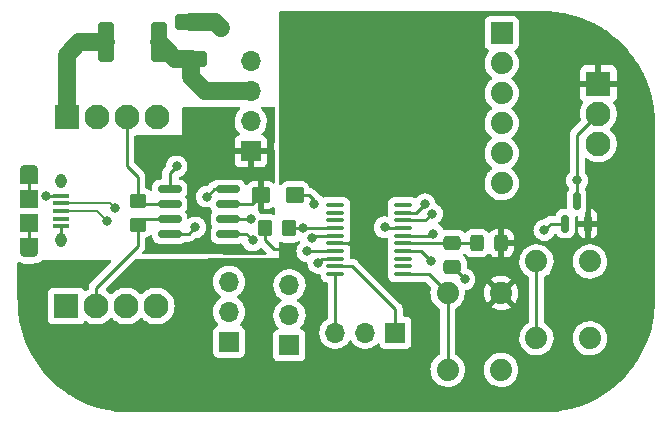
<source format=gbr>
%TF.GenerationSoftware,KiCad,Pcbnew,6.0.11-2627ca5db0~126~ubuntu22.04.1*%
%TF.CreationDate,2023-03-06T03:58:19-05:00*%
%TF.ProjectId,canbus-ds1820,63616e62-7573-42d6-9473-313832302e6b,1.0*%
%TF.SameCoordinates,Original*%
%TF.FileFunction,Copper,L1,Top*%
%TF.FilePolarity,Positive*%
%FSLAX46Y46*%
G04 Gerber Fmt 4.6, Leading zero omitted, Abs format (unit mm)*
G04 Created by KiCad (PCBNEW 6.0.11-2627ca5db0~126~ubuntu22.04.1) date 2023-03-06 03:58:19*
%MOMM*%
%LPD*%
G01*
G04 APERTURE LIST*
G04 Aperture macros list*
%AMRoundRect*
0 Rectangle with rounded corners*
0 $1 Rounding radius*
0 $2 $3 $4 $5 $6 $7 $8 $9 X,Y pos of 4 corners*
0 Add a 4 corners polygon primitive as box body*
4,1,4,$2,$3,$4,$5,$6,$7,$8,$9,$2,$3,0*
0 Add four circle primitives for the rounded corners*
1,1,$1+$1,$2,$3*
1,1,$1+$1,$4,$5*
1,1,$1+$1,$6,$7*
1,1,$1+$1,$8,$9*
0 Add four rect primitives between the rounded corners*
20,1,$1+$1,$2,$3,$4,$5,0*
20,1,$1+$1,$4,$5,$6,$7,0*
20,1,$1+$1,$6,$7,$8,$9,0*
20,1,$1+$1,$8,$9,$2,$3,0*%
G04 Aperture macros list end*
%TA.AperFunction,ComponentPad*%
%ADD10C,1.879600*%
%TD*%
%TA.AperFunction,SMDPad,CuDef*%
%ADD11RoundRect,0.150000X0.150000X-0.587500X0.150000X0.587500X-0.150000X0.587500X-0.150000X-0.587500X0*%
%TD*%
%TA.AperFunction,ComponentPad*%
%ADD12R,1.700000X1.700000*%
%TD*%
%TA.AperFunction,ComponentPad*%
%ADD13O,1.700000X1.700000*%
%TD*%
%TA.AperFunction,ComponentPad*%
%ADD14R,2.100000X2.100000*%
%TD*%
%TA.AperFunction,ComponentPad*%
%ADD15C,2.100000*%
%TD*%
%TA.AperFunction,SMDPad,CuDef*%
%ADD16RoundRect,0.250000X0.450000X-0.350000X0.450000X0.350000X-0.450000X0.350000X-0.450000X-0.350000X0*%
%TD*%
%TA.AperFunction,SMDPad,CuDef*%
%ADD17RoundRect,0.250000X-0.475000X0.337500X-0.475000X-0.337500X0.475000X-0.337500X0.475000X0.337500X0*%
%TD*%
%TA.AperFunction,SMDPad,CuDef*%
%ADD18RoundRect,0.250000X-0.350000X-0.450000X0.350000X-0.450000X0.350000X0.450000X-0.350000X0.450000X0*%
%TD*%
%TA.AperFunction,ComponentPad*%
%ADD19R,1.879600X1.879600*%
%TD*%
%TA.AperFunction,SMDPad,CuDef*%
%ADD20RoundRect,0.250000X-0.400000X-1.450000X0.400000X-1.450000X0.400000X1.450000X-0.400000X1.450000X0*%
%TD*%
%TA.AperFunction,SMDPad,CuDef*%
%ADD21RoundRect,0.250000X-0.537500X-0.425000X0.537500X-0.425000X0.537500X0.425000X-0.537500X0.425000X0*%
%TD*%
%TA.AperFunction,SMDPad,CuDef*%
%ADD22RoundRect,0.250000X1.100000X-0.412500X1.100000X0.412500X-1.100000X0.412500X-1.100000X-0.412500X0*%
%TD*%
%TA.AperFunction,SMDPad,CuDef*%
%ADD23RoundRect,0.100000X0.637500X0.100000X-0.637500X0.100000X-0.637500X-0.100000X0.637500X-0.100000X0*%
%TD*%
%TA.AperFunction,SMDPad,CuDef*%
%ADD24R,1.350000X0.400000*%
%TD*%
%TA.AperFunction,SMDPad,CuDef*%
%ADD25R,1.550000X1.500000*%
%TD*%
%TA.AperFunction,SMDPad,CuDef*%
%ADD26R,1.550000X1.200000*%
%TD*%
%TA.AperFunction,ComponentPad*%
%ADD27O,0.950000X1.250000*%
%TD*%
%TA.AperFunction,ComponentPad*%
%ADD28O,1.550000X0.890000*%
%TD*%
%TA.AperFunction,SMDPad,CuDef*%
%ADD29RoundRect,0.250000X-0.325000X-0.450000X0.325000X-0.450000X0.325000X0.450000X-0.325000X0.450000X0*%
%TD*%
%TA.AperFunction,SMDPad,CuDef*%
%ADD30RoundRect,0.150000X0.825000X0.150000X-0.825000X0.150000X-0.825000X-0.150000X0.825000X-0.150000X0*%
%TD*%
%TA.AperFunction,ViaPad*%
%ADD31C,0.800000*%
%TD*%
%TA.AperFunction,Conductor*%
%ADD32C,0.250000*%
%TD*%
%TA.AperFunction,Conductor*%
%ADD33C,1.500000*%
%TD*%
%TA.AperFunction,Conductor*%
%ADD34C,0.200000*%
%TD*%
G04 APERTURE END LIST*
D10*
%TO.P,S2,1,1*%
%TO.N,GND*%
X103960600Y-90323800D03*
%TO.P,S2,2,1*%
%TO.N,unconnected-(S2-Pad2)*%
X103960600Y-96826200D03*
%TO.P,S2,3,2*%
%TO.N,~{RESET}*%
X99439400Y-90323800D03*
%TO.P,S2,4,2*%
%TO.N,unconnected-(S2-Pad4)*%
X99439400Y-96826200D03*
%TD*%
D11*
%TO.P,Q3,1,G*%
%TO.N,PCTLZ*%
X101890000Y-87117500D03*
%TO.P,Q3,2,S*%
%TO.N,+3V3*%
X103790000Y-87117500D03*
%TO.P,Q3,3,D*%
%TO.N,DQ*%
X102840000Y-85242500D03*
%TD*%
D12*
%TO.P,JP1,1,A*%
%TO.N,CAN_RX*%
X73400000Y-97140000D03*
D13*
%TO.P,JP1,2,C*%
%TO.N,Net-(JP1-Pad2)*%
X73400000Y-94600000D03*
%TO.P,JP1,3,B*%
%TO.N,USB_D-*%
X73400000Y-92060000D03*
%TD*%
D14*
%TO.P,J6,1,Pin_1*%
%TO.N,+BATT*%
X59625000Y-94100000D03*
D15*
%TO.P,J6,2,Pin_2*%
%TO.N,CANH*%
X62165000Y-94100000D03*
%TO.P,J6,3,Pin_3*%
%TO.N,CANL*%
X64705000Y-94100000D03*
%TO.P,J6,4,Pin_4*%
%TO.N,GND*%
X67245000Y-94100000D03*
%TD*%
D14*
%TO.P,J4,1,Pin_1*%
%TO.N,+3V3*%
X104675000Y-75285000D03*
D15*
%TO.P,J4,2,Pin_2*%
%TO.N,DQ*%
X104675000Y-77825000D03*
%TO.P,J4,3,Pin_3*%
%TO.N,GND*%
X104675000Y-80365000D03*
%TD*%
D12*
%TO.P,J2,1,Pin_1*%
%TO.N,SWDIO*%
X87490000Y-96350000D03*
D13*
%TO.P,J2,2,Pin_2*%
%TO.N,GND*%
X84950000Y-96350000D03*
%TO.P,J2,3,Pin_3*%
%TO.N,SWDCLK*%
X82410000Y-96350000D03*
%TD*%
D16*
%TO.P,R4,1*%
%TO.N,CANH*%
X65700000Y-87200000D03*
%TO.P,R4,2*%
%TO.N,CANL*%
X65700000Y-85200000D03*
%TD*%
D17*
%TO.P,C5,1*%
%TO.N,/VDDA*%
X92325000Y-88762500D03*
%TO.P,C5,2*%
%TO.N,GND*%
X92325000Y-90837500D03*
%TD*%
D10*
%TO.P,S1,1,1*%
%TO.N,+3V3*%
X96435600Y-92998800D03*
%TO.P,S1,2,1*%
%TO.N,unconnected-(S1-Pad2)*%
X96435600Y-99501200D03*
%TO.P,S1,3,2*%
%TO.N,Net-(R1-Pad1)*%
X91914400Y-92998800D03*
%TO.P,S1,4,2*%
%TO.N,unconnected-(S1-Pad4)*%
X91914400Y-99501200D03*
%TD*%
D18*
%TO.P,R3,1*%
%TO.N,+3V3*%
X76475000Y-87525000D03*
%TO.P,R3,2*%
%TO.N,CAN_STBY*%
X78475000Y-87525000D03*
%TD*%
D19*
%TO.P,J3,1,DTR*%
%TO.N,unconnected-(J3-Pad1)*%
X96500000Y-70990000D03*
D10*
%TO.P,J3,2,RXD*%
%TO.N,RXD2*%
X96500000Y-73530000D03*
%TO.P,J3,3,TXD*%
%TO.N,TXD2*%
X96500000Y-76070000D03*
%TO.P,J3,4,VCC*%
%TO.N,Net-(J3-Pad4)*%
X96500000Y-78610000D03*
%TO.P,J3,5,CTS*%
%TO.N,unconnected-(J3-Pad5)*%
X96500000Y-81150000D03*
%TO.P,J3,6,GND*%
%TO.N,GND*%
X96500000Y-83690000D03*
%TD*%
D20*
%TO.P,F1,1*%
%TO.N,+BATT*%
X63000000Y-71775000D03*
%TO.P,F1,2*%
%TO.N,+12V*%
X67450000Y-71775000D03*
%TD*%
D21*
%TO.P,C6,1*%
%TO.N,+5V*%
X76100000Y-84725000D03*
%TO.P,C6,2*%
%TO.N,GND*%
X78975000Y-84725000D03*
%TD*%
D14*
%TO.P,J5,1,Pin_1*%
%TO.N,+BATT*%
X59660000Y-78075000D03*
D15*
%TO.P,J5,2,Pin_2*%
%TO.N,CANH*%
X62200000Y-78075000D03*
%TO.P,J5,3,Pin_3*%
%TO.N,CANL*%
X64740000Y-78075000D03*
%TO.P,J5,4,Pin_4*%
%TO.N,GND*%
X67280000Y-78075000D03*
%TD*%
D22*
%TO.P,C3,1*%
%TO.N,+12V*%
X70225000Y-73175000D03*
%TO.P,C3,2*%
%TO.N,GND*%
X70225000Y-70050000D03*
%TD*%
D23*
%TO.P,U2,1,PB8*%
%TO.N,Net-(R1-Pad1)*%
X88125000Y-91400000D03*
%TO.P,U2,2,PF0*%
%TO.N,unconnected-(U2-Pad2)*%
X88125000Y-90750000D03*
%TO.P,U2,3,PF1*%
%TO.N,unconnected-(U2-Pad3)*%
X88125000Y-90100000D03*
%TO.P,U2,4,NRST*%
%TO.N,~{RESET}*%
X88125000Y-89450000D03*
%TO.P,U2,5,VDDA*%
%TO.N,/VDDA*%
X88125000Y-88800000D03*
%TO.P,U2,6,PA0*%
%TO.N,DQ*%
X88125000Y-88150000D03*
%TO.P,U2,7,PA1*%
%TO.N,PCTLZ*%
X88125000Y-87500000D03*
%TO.P,U2,8,PA2*%
%TO.N,TXD2*%
X88125000Y-86850000D03*
%TO.P,U2,9,PA3*%
%TO.N,RXD2*%
X88125000Y-86200000D03*
%TO.P,U2,10,PA4*%
%TO.N,unconnected-(U2-Pad10)*%
X88125000Y-85550000D03*
%TO.P,U2,11,PA5*%
%TO.N,unconnected-(U2-Pad11)*%
X82400000Y-85550000D03*
%TO.P,U2,12,PA6*%
%TO.N,unconnected-(U2-Pad12)*%
X82400000Y-86200000D03*
%TO.P,U2,13,PA7*%
%TO.N,unconnected-(U2-Pad13)*%
X82400000Y-86850000D03*
%TO.P,U2,14,PB1*%
%TO.N,CAN_STBY*%
X82400000Y-87500000D03*
%TO.P,U2,15,VSS*%
%TO.N,GND*%
X82400000Y-88150000D03*
%TO.P,U2,16,VDD*%
%TO.N,+3V3*%
X82400000Y-88800000D03*
%TO.P,U2,17,PA9/PA11*%
%TO.N,Net-(JP1-Pad2)*%
X82400000Y-89450000D03*
%TO.P,U2,18,PA10/PA12*%
%TO.N,Net-(JP2-Pad2)*%
X82400000Y-90100000D03*
%TO.P,U2,19,PA13*%
%TO.N,SWDIO*%
X82400000Y-90750000D03*
%TO.P,U2,20,PA14*%
%TO.N,SWDCLK*%
X82400000Y-91400000D03*
%TD*%
D12*
%TO.P,U3,1,Vout*%
%TO.N,+5V*%
X75247300Y-81002600D03*
D13*
%TO.P,U3,2,GND*%
%TO.N,GND*%
X75247300Y-78462600D03*
%TO.P,U3,3,Vin*%
%TO.N,+12V*%
X75247300Y-75922600D03*
%TO.P,U3,4,EN*%
%TO.N,unconnected-(U3-Pad4)*%
X75247300Y-73382600D03*
%TD*%
D24*
%TO.P,J1,1,VBUS*%
%TO.N,VBUS*%
X59210000Y-84750000D03*
%TO.P,J1,2,D-*%
%TO.N,USB_D-*%
X59210000Y-85400000D03*
%TO.P,J1,3,D+*%
%TO.N,USB_D+*%
X59210000Y-86050000D03*
%TO.P,J1,4,ID*%
%TO.N,unconnected-(J1-Pad4)*%
X59210000Y-86700000D03*
%TO.P,J1,5,GND*%
%TO.N,GND*%
X59210000Y-87350000D03*
D25*
%TO.P,J1,6,Shield*%
X56510000Y-87050000D03*
X56510000Y-85050000D03*
D26*
X56510000Y-88950000D03*
D27*
X59210000Y-83550000D03*
D28*
X56510000Y-82550000D03*
X56510000Y-89550000D03*
D26*
X56510000Y-83150000D03*
D27*
X59210000Y-88550000D03*
%TD*%
D12*
%TO.P,JP2,1,A*%
%TO.N,CAN_TX*%
X78525000Y-97425000D03*
D13*
%TO.P,JP2,2,C*%
%TO.N,Net-(JP2-Pad2)*%
X78525000Y-94885000D03*
%TO.P,JP2,3,B*%
%TO.N,USB_D+*%
X78525000Y-92345000D03*
%TD*%
D29*
%TO.P,FB1,1*%
%TO.N,/VDDA*%
X94400000Y-88775000D03*
%TO.P,FB1,2*%
%TO.N,+3V3*%
X96450000Y-88775000D03*
%TD*%
D30*
%TO.P,U4,1,TXD*%
%TO.N,CAN_TX*%
X73325000Y-88015000D03*
%TO.P,U4,2,VSS*%
%TO.N,GND*%
X73325000Y-86745000D03*
%TO.P,U4,3,VDD*%
%TO.N,+5V*%
X73325000Y-85475000D03*
%TO.P,U4,4,RXD*%
%TO.N,CAN_RX*%
X73325000Y-84205000D03*
%TO.P,U4,5,Vio*%
%TO.N,+3V3*%
X68375000Y-84205000D03*
%TO.P,U4,6,CANL*%
%TO.N,CANL*%
X68375000Y-85475000D03*
%TO.P,U4,7,CANH*%
%TO.N,CANH*%
X68375000Y-86745000D03*
%TO.P,U4,8,STBY*%
%TO.N,CAN_STBY*%
X68375000Y-88015000D03*
%TD*%
D31*
%TO.N,DQ*%
X102875000Y-83455000D03*
%TO.N,PCTLZ*%
X100100000Y-87670000D03*
X86580000Y-87430000D03*
%TO.N,DQ*%
X90700000Y-87990000D03*
%TO.N,GND*%
X80450000Y-88350000D03*
X72725000Y-70575000D03*
X93350000Y-91850000D03*
X80600000Y-85425000D03*
X75300000Y-86775000D03*
%TO.N,+3V3*%
X78150000Y-80600000D03*
X85100000Y-88800000D03*
X93575000Y-81950000D03*
X78750000Y-89250000D03*
X68975000Y-82275000D03*
%TO.N,VBUS*%
X57884502Y-84775000D03*
%TO.N,USB_D-*%
X63750000Y-85825000D03*
%TO.N,USB_D+*%
X63050000Y-86875000D03*
%TO.N,CAN_RX*%
X71525000Y-84850000D03*
%TO.N,Net-(JP1-Pad2)*%
X80025000Y-89475000D03*
%TO.N,CAN_TX*%
X75400000Y-88550000D03*
%TO.N,Net-(JP2-Pad2)*%
X80950000Y-90450000D03*
%TO.N,CAN_STBY*%
X70550000Y-87450000D03*
X79650000Y-87500000D03*
%TO.N,TXD2*%
X90600000Y-86275000D03*
%TO.N,RXD2*%
X89990592Y-85482770D03*
%TO.N,~{RESET}*%
X90475000Y-90300000D03*
%TD*%
D32*
%TO.N,DQ*%
X104675000Y-77825000D02*
X102875000Y-79625000D01*
X102875000Y-79625000D02*
X102875000Y-85207500D01*
X102875000Y-85207500D02*
X102840000Y-85242500D01*
%TO.N,PCTLZ*%
X100652500Y-87117500D02*
X100100000Y-87670000D01*
X101890000Y-87117500D02*
X100652500Y-87117500D01*
X86650000Y-87500000D02*
X86580000Y-87430000D01*
X88125000Y-87500000D02*
X86650000Y-87500000D01*
%TO.N,DQ*%
X90540000Y-88150000D02*
X90700000Y-87990000D01*
X88125000Y-88150000D02*
X90540000Y-88150000D01*
D33*
%TO.N,GND*%
X70225000Y-70050000D02*
X72200000Y-70050000D01*
D32*
X75300000Y-86775000D02*
X73355000Y-86775000D01*
X92337500Y-90837500D02*
X93350000Y-91850000D01*
D33*
X72200000Y-70050000D02*
X72725000Y-70575000D01*
D32*
X78975000Y-84725000D02*
X80175000Y-84725000D01*
X80600000Y-85150000D02*
X80600000Y-85425000D01*
X73355000Y-86775000D02*
X73325000Y-86745000D01*
X92325000Y-90837500D02*
X92337500Y-90837500D01*
X80175000Y-84725000D02*
X80600000Y-85150000D01*
X56510000Y-87050000D02*
X56510000Y-89550000D01*
X56510000Y-85050000D02*
X56510000Y-82550000D01*
X59210000Y-87350000D02*
X59210000Y-88550000D01*
X80650000Y-88150000D02*
X80450000Y-88350000D01*
X82400000Y-88150000D02*
X80650000Y-88150000D01*
%TO.N,+3V3*%
X77175000Y-89250000D02*
X76475000Y-88550000D01*
X68375000Y-82875000D02*
X68975000Y-82275000D01*
X68375000Y-84205000D02*
X68375000Y-82875000D01*
X76475000Y-88550000D02*
X76475000Y-87525000D01*
X82400000Y-88800000D02*
X84700000Y-88800000D01*
X84700000Y-88800000D02*
X85100000Y-88800000D01*
X78750000Y-89250000D02*
X77175000Y-89250000D01*
D33*
%TO.N,+12V*%
X71397600Y-75922600D02*
X75247300Y-75922600D01*
X67450000Y-71775000D02*
X68850000Y-73175000D01*
X68850000Y-73175000D02*
X70225000Y-73175000D01*
X70225000Y-74750000D02*
X71397600Y-75922600D01*
X70225000Y-73175000D02*
X70225000Y-74750000D01*
D32*
%TO.N,+5V*%
X73325000Y-85475000D02*
X75350000Y-85475000D01*
X75350000Y-85475000D02*
X76100000Y-84725000D01*
%TO.N,+BATT*%
X59625000Y-78110000D02*
X59660000Y-78075000D01*
D33*
X59660000Y-72840000D02*
X60725000Y-71775000D01*
X59660000Y-78075000D02*
X59660000Y-72840000D01*
X60725000Y-71775000D02*
X63000000Y-71775000D01*
D32*
%TO.N,VBUS*%
X57909502Y-84750000D02*
X57884502Y-84775000D01*
X59210000Y-84750000D02*
X57909502Y-84750000D01*
D34*
%TO.N,USB_D-*%
X59210000Y-85400000D02*
X63325000Y-85400000D01*
X63325000Y-85400000D02*
X63750000Y-85825000D01*
%TO.N,USB_D+*%
X62225000Y-86050000D02*
X63050000Y-86875000D01*
X59210000Y-86050000D02*
X62225000Y-86050000D01*
D32*
%TO.N,CANH*%
X65700000Y-87200000D02*
X65700000Y-89000000D01*
X65700000Y-89000000D02*
X62165000Y-92535000D01*
X66155000Y-86745000D02*
X65700000Y-87200000D01*
X68375000Y-86745000D02*
X66155000Y-86745000D01*
X62165000Y-92535000D02*
X62165000Y-94100000D01*
%TO.N,CANL*%
X64740000Y-82240000D02*
X64740000Y-78075000D01*
X65700000Y-83200000D02*
X64740000Y-82240000D01*
X65700000Y-85200000D02*
X65700000Y-83200000D01*
X68375000Y-85475000D02*
X65975000Y-85475000D01*
X65975000Y-85475000D02*
X65700000Y-85200000D01*
%TO.N,CAN_RX*%
X73325000Y-84205000D02*
X72170000Y-84205000D01*
X72170000Y-84205000D02*
X71525000Y-84850000D01*
%TO.N,Net-(JP1-Pad2)*%
X80050000Y-89450000D02*
X82400000Y-89450000D01*
X80025000Y-89475000D02*
X80050000Y-89450000D01*
%TO.N,CAN_TX*%
X74865000Y-88015000D02*
X75400000Y-88550000D01*
X73325000Y-88015000D02*
X74865000Y-88015000D01*
%TO.N,Net-(JP2-Pad2)*%
X81300000Y-90100000D02*
X80950000Y-90450000D01*
X82400000Y-90100000D02*
X81300000Y-90100000D01*
%TO.N,Net-(R1-Pad1)*%
X88125000Y-91400000D02*
X90315600Y-91400000D01*
X91914400Y-92998800D02*
X91914400Y-99501200D01*
X90315600Y-91400000D02*
X91914400Y-92998800D01*
%TO.N,CAN_STBY*%
X68375000Y-88015000D02*
X69985000Y-88015000D01*
X78475000Y-87525000D02*
X79625000Y-87525000D01*
X69985000Y-88015000D02*
X70550000Y-87450000D01*
X79625000Y-87525000D02*
X79650000Y-87500000D01*
X78100000Y-87500000D02*
X79650000Y-87500000D01*
X82400000Y-87500000D02*
X79650000Y-87500000D01*
%TO.N,TXD2*%
X90025000Y-86850000D02*
X90600000Y-86275000D01*
X88125000Y-86850000D02*
X90025000Y-86850000D01*
%TO.N,RXD2*%
X89273362Y-86200000D02*
X89990592Y-85482770D01*
X88125000Y-86200000D02*
X89273362Y-86200000D01*
%TO.N,SWDIO*%
X82400000Y-90750000D02*
X83850000Y-90750000D01*
X83850000Y-90750000D02*
X87490000Y-94390000D01*
X87490000Y-94390000D02*
X87490000Y-96350000D01*
%TO.N,SWDCLK*%
X82400000Y-91400000D02*
X82410000Y-91410000D01*
X82410000Y-91410000D02*
X82410000Y-96350000D01*
%TO.N,~{RESET}*%
X89625000Y-89450000D02*
X90475000Y-90300000D01*
X99439400Y-90323800D02*
X99439400Y-96826200D01*
X88125000Y-89450000D02*
X89625000Y-89450000D01*
%TO.N,/VDDA*%
X92287500Y-88800000D02*
X92325000Y-88762500D01*
X88125000Y-88800000D02*
X92287500Y-88800000D01*
X94400000Y-88775000D02*
X92337500Y-88775000D01*
X92337500Y-88775000D02*
X92325000Y-88762500D01*
%TD*%
%TA.AperFunction,Conductor*%
%TO.N,+5V*%
G36*
X77266451Y-77245371D02*
G01*
X77313281Y-77298733D01*
X77325000Y-77351797D01*
X77325000Y-80181961D01*
X77315143Y-80228337D01*
X77315473Y-80228444D01*
X77256458Y-80410072D01*
X77236496Y-80600000D01*
X77256458Y-80789928D01*
X77314454Y-80968420D01*
X77315473Y-80971556D01*
X77315143Y-80971663D01*
X77325000Y-81018039D01*
X77325000Y-83611515D01*
X77304998Y-83679636D01*
X77251342Y-83726129D01*
X77181068Y-83736233D01*
X77120908Y-83710397D01*
X77104260Y-83697249D01*
X76966257Y-83612184D01*
X76953076Y-83606037D01*
X76798790Y-83554862D01*
X76785414Y-83551995D01*
X76691062Y-83542328D01*
X76684645Y-83542000D01*
X76372115Y-83542000D01*
X76356876Y-83546475D01*
X76355671Y-83547865D01*
X76354000Y-83555548D01*
X76354000Y-85889884D01*
X76358475Y-85905123D01*
X76359865Y-85906328D01*
X76367548Y-85907999D01*
X76684595Y-85907999D01*
X76691114Y-85907662D01*
X76786706Y-85897743D01*
X76800100Y-85894851D01*
X76954284Y-85843412D01*
X76967462Y-85837239D01*
X77105312Y-85751934D01*
X77120738Y-85739708D01*
X77186548Y-85713072D01*
X77256312Y-85726244D01*
X77307880Y-85775042D01*
X77325000Y-85838455D01*
X77325000Y-86268699D01*
X77304998Y-86336820D01*
X77251342Y-86383313D01*
X77181068Y-86393417D01*
X77149624Y-86384048D01*
X77147738Y-86382885D01*
X77140793Y-86380582D01*
X77140790Y-86380580D01*
X76986389Y-86329368D01*
X76986387Y-86329368D01*
X76979861Y-86327203D01*
X76973025Y-86326503D01*
X76973022Y-86326502D01*
X76929969Y-86322091D01*
X76875400Y-86316500D01*
X76157076Y-86316500D01*
X76088955Y-86296498D01*
X76047958Y-86253502D01*
X76042341Y-86243774D01*
X76039040Y-86238056D01*
X75922388Y-86108500D01*
X75915675Y-86101045D01*
X75915674Y-86101044D01*
X75911253Y-86096134D01*
X75878093Y-86072041D01*
X75834739Y-86015820D01*
X75828664Y-85945084D01*
X75840003Y-85922020D01*
X75846000Y-85894452D01*
X75846000Y-83560116D01*
X75841525Y-83544877D01*
X75840135Y-83543672D01*
X75832452Y-83542001D01*
X75515405Y-83542001D01*
X75508886Y-83542338D01*
X75413294Y-83552257D01*
X75399900Y-83555149D01*
X75245716Y-83606588D01*
X75232538Y-83612761D01*
X75094693Y-83698063D01*
X75083292Y-83707099D01*
X74963590Y-83827009D01*
X74961681Y-83825103D01*
X74913976Y-83858925D01*
X74843053Y-83862156D01*
X74781641Y-83826531D01*
X74759711Y-83793347D01*
X74759145Y-83791399D01*
X74751323Y-83778172D01*
X74678491Y-83655020D01*
X74678489Y-83655017D01*
X74674453Y-83648193D01*
X74556807Y-83530547D01*
X74549983Y-83526511D01*
X74549980Y-83526509D01*
X74420427Y-83449892D01*
X74420428Y-83449892D01*
X74413601Y-83445855D01*
X74405990Y-83443644D01*
X74405988Y-83443643D01*
X74343541Y-83425501D01*
X74253831Y-83399438D01*
X74247426Y-83398934D01*
X74247421Y-83398933D01*
X74218958Y-83396693D01*
X74218950Y-83396693D01*
X74216502Y-83396500D01*
X72433498Y-83396500D01*
X72431050Y-83396693D01*
X72431042Y-83396693D01*
X72402579Y-83398933D01*
X72402574Y-83398934D01*
X72396169Y-83399438D01*
X72306459Y-83425501D01*
X72244012Y-83443643D01*
X72244010Y-83443644D01*
X72236399Y-83445855D01*
X72229572Y-83449892D01*
X72229573Y-83449892D01*
X72100020Y-83526509D01*
X72100017Y-83526511D01*
X72093193Y-83530547D01*
X72069194Y-83554546D01*
X72013675Y-83586214D01*
X72011203Y-83586526D01*
X72003834Y-83589443D01*
X72003832Y-83589444D01*
X71970092Y-83602802D01*
X71958865Y-83606646D01*
X71916407Y-83618982D01*
X71909581Y-83623019D01*
X71898972Y-83629293D01*
X71881224Y-83637988D01*
X71862383Y-83645448D01*
X71855967Y-83650110D01*
X71855966Y-83650110D01*
X71826613Y-83671436D01*
X71816693Y-83677952D01*
X71785465Y-83696420D01*
X71785462Y-83696422D01*
X71778638Y-83700458D01*
X71764317Y-83714779D01*
X71749284Y-83727619D01*
X71732893Y-83739528D01*
X71727840Y-83745636D01*
X71704708Y-83773598D01*
X71696718Y-83782378D01*
X71574501Y-83904595D01*
X71512189Y-83938621D01*
X71485406Y-83941500D01*
X71429513Y-83941500D01*
X71423061Y-83942872D01*
X71423056Y-83942872D01*
X71336113Y-83961353D01*
X71242712Y-83981206D01*
X71236682Y-83983891D01*
X71236681Y-83983891D01*
X71074278Y-84056197D01*
X71074276Y-84056198D01*
X71068248Y-84058882D01*
X70913747Y-84171134D01*
X70909326Y-84176044D01*
X70909325Y-84176045D01*
X70813267Y-84282729D01*
X70785960Y-84313056D01*
X70749820Y-84375652D01*
X70701797Y-84458831D01*
X70690473Y-84478444D01*
X70631458Y-84660072D01*
X70630768Y-84666633D01*
X70630768Y-84666635D01*
X70617644Y-84791502D01*
X70611496Y-84850000D01*
X70612186Y-84856565D01*
X70628372Y-85010562D01*
X70631458Y-85039928D01*
X70690473Y-85221556D01*
X70693776Y-85227278D01*
X70693777Y-85227279D01*
X70727686Y-85286010D01*
X70785960Y-85386944D01*
X70790378Y-85391851D01*
X70790379Y-85391852D01*
X70909325Y-85523955D01*
X70913747Y-85528866D01*
X71068248Y-85641118D01*
X71074276Y-85643802D01*
X71074278Y-85643803D01*
X71186929Y-85693958D01*
X71242712Y-85718794D01*
X71336113Y-85738647D01*
X71423056Y-85757128D01*
X71423061Y-85757128D01*
X71429513Y-85758500D01*
X71620487Y-85758500D01*
X71626939Y-85757128D01*
X71626944Y-85757128D01*
X71708896Y-85739708D01*
X71725494Y-85736180D01*
X71796284Y-85741582D01*
X71852916Y-85784399D01*
X71872687Y-85824273D01*
X71889107Y-85880790D01*
X71895352Y-85895221D01*
X71971911Y-86024677D01*
X71977871Y-86032360D01*
X72003820Y-86098444D01*
X71989922Y-86168067D01*
X71979579Y-86184161D01*
X71975547Y-86188193D01*
X71890855Y-86331399D01*
X71888644Y-86339010D01*
X71888643Y-86339012D01*
X71881981Y-86361944D01*
X71844438Y-86491169D01*
X71843934Y-86497574D01*
X71843933Y-86497579D01*
X71842587Y-86514687D01*
X71841500Y-86528498D01*
X71841500Y-86961502D01*
X71844438Y-86998831D01*
X71890855Y-87158601D01*
X71975547Y-87301807D01*
X71978229Y-87304489D01*
X72003502Y-87368861D01*
X71989600Y-87438484D01*
X71979428Y-87454312D01*
X71975547Y-87458193D01*
X71890855Y-87601399D01*
X71844438Y-87761169D01*
X71841500Y-87798498D01*
X71841500Y-88231502D01*
X71844438Y-88268831D01*
X71890855Y-88428601D01*
X71898677Y-88441827D01*
X71971509Y-88564980D01*
X71971511Y-88564983D01*
X71975547Y-88571807D01*
X72093193Y-88689453D01*
X72100017Y-88693489D01*
X72100020Y-88693491D01*
X72174598Y-88737596D01*
X72236399Y-88774145D01*
X72244010Y-88776356D01*
X72244012Y-88776357D01*
X72296231Y-88791528D01*
X72396169Y-88820562D01*
X72402574Y-88821066D01*
X72402579Y-88821067D01*
X72431042Y-88823307D01*
X72431050Y-88823307D01*
X72433498Y-88823500D01*
X74216502Y-88823500D01*
X74218950Y-88823307D01*
X74218958Y-88823307D01*
X74247421Y-88821067D01*
X74247426Y-88821066D01*
X74253831Y-88820562D01*
X74260003Y-88818769D01*
X74260008Y-88818768D01*
X74325149Y-88799843D01*
X74391355Y-88780608D01*
X74462349Y-88780811D01*
X74521966Y-88819365D01*
X74546339Y-88862668D01*
X74565473Y-88921556D01*
X74660960Y-89086944D01*
X74665378Y-89091851D01*
X74665379Y-89091852D01*
X74693295Y-89122856D01*
X74788747Y-89228866D01*
X74873020Y-89290094D01*
X74911110Y-89317768D01*
X74943248Y-89341118D01*
X74949276Y-89343802D01*
X74949278Y-89343803D01*
X75111681Y-89416109D01*
X75117712Y-89418794D01*
X75211112Y-89438647D01*
X75298056Y-89457128D01*
X75298061Y-89457128D01*
X75304513Y-89458500D01*
X75495487Y-89458500D01*
X75501939Y-89457128D01*
X75501944Y-89457128D01*
X75588888Y-89438647D01*
X75682288Y-89418794D01*
X75688319Y-89416109D01*
X75850722Y-89343803D01*
X75850724Y-89343802D01*
X75856752Y-89341118D01*
X75888891Y-89317768D01*
X76002728Y-89235060D01*
X76011253Y-89228866D01*
X76039299Y-89197718D01*
X76099745Y-89160479D01*
X76170729Y-89161831D01*
X76222030Y-89192934D01*
X76562739Y-89533643D01*
X76596765Y-89595955D01*
X76591700Y-89666770D01*
X76549153Y-89723606D01*
X76482633Y-89748417D01*
X76473457Y-89748738D01*
X69330670Y-89738157D01*
X66166438Y-89733469D01*
X66098348Y-89713366D01*
X66051935Y-89659641D01*
X66041935Y-89589353D01*
X66071524Y-89524816D01*
X66077531Y-89518374D01*
X66092253Y-89503652D01*
X66100539Y-89496112D01*
X66107018Y-89492000D01*
X66153644Y-89442348D01*
X66156398Y-89439507D01*
X66176135Y-89419770D01*
X66178615Y-89416573D01*
X66186320Y-89407551D01*
X66211159Y-89381100D01*
X66216586Y-89375321D01*
X66220405Y-89368375D01*
X66220407Y-89368372D01*
X66226348Y-89357566D01*
X66237199Y-89341047D01*
X66244758Y-89331301D01*
X66249614Y-89325041D01*
X66252759Y-89317772D01*
X66252762Y-89317768D01*
X66267174Y-89284463D01*
X66272391Y-89273813D01*
X66293695Y-89235060D01*
X66298733Y-89215437D01*
X66305137Y-89196734D01*
X66310033Y-89185420D01*
X66310033Y-89185419D01*
X66313181Y-89178145D01*
X66314420Y-89170322D01*
X66314423Y-89170312D01*
X66320099Y-89134476D01*
X66322505Y-89122856D01*
X66331528Y-89087711D01*
X66331528Y-89087710D01*
X66333500Y-89080030D01*
X66333500Y-89059776D01*
X66335051Y-89040065D01*
X66336980Y-89027886D01*
X66338220Y-89020057D01*
X66334059Y-88976038D01*
X66333500Y-88964181D01*
X66333500Y-88379197D01*
X66353502Y-88311076D01*
X66407158Y-88264583D01*
X66419623Y-88259674D01*
X66467002Y-88243867D01*
X66467004Y-88243866D01*
X66473946Y-88241550D01*
X66490184Y-88231502D01*
X66618120Y-88152332D01*
X66624348Y-88148478D01*
X66629521Y-88143296D01*
X66629526Y-88143292D01*
X66676327Y-88096409D01*
X66738609Y-88062329D01*
X66809429Y-88067332D01*
X66866302Y-88109829D01*
X66891171Y-88176327D01*
X66891500Y-88185426D01*
X66891500Y-88231502D01*
X66894438Y-88268831D01*
X66940855Y-88428601D01*
X66948677Y-88441827D01*
X67021509Y-88564980D01*
X67021511Y-88564983D01*
X67025547Y-88571807D01*
X67143193Y-88689453D01*
X67150017Y-88693489D01*
X67150020Y-88693491D01*
X67224598Y-88737596D01*
X67286399Y-88774145D01*
X67294010Y-88776356D01*
X67294012Y-88776357D01*
X67346231Y-88791528D01*
X67446169Y-88820562D01*
X67452574Y-88821066D01*
X67452579Y-88821067D01*
X67481042Y-88823307D01*
X67481050Y-88823307D01*
X67483498Y-88823500D01*
X69266502Y-88823500D01*
X69268950Y-88823307D01*
X69268958Y-88823307D01*
X69297421Y-88821067D01*
X69297426Y-88821066D01*
X69303831Y-88820562D01*
X69403769Y-88791528D01*
X69455988Y-88776357D01*
X69455990Y-88776356D01*
X69463601Y-88774145D01*
X69525402Y-88737596D01*
X69599980Y-88693491D01*
X69599983Y-88693489D01*
X69606807Y-88689453D01*
X69612416Y-88683844D01*
X69618675Y-88678989D01*
X69619844Y-88680496D01*
X69673167Y-88651379D01*
X69699950Y-88648500D01*
X69906233Y-88648500D01*
X69917416Y-88649027D01*
X69924909Y-88650702D01*
X69932835Y-88650453D01*
X69932836Y-88650453D01*
X69992986Y-88648562D01*
X69996945Y-88648500D01*
X70024856Y-88648500D01*
X70028791Y-88648003D01*
X70028856Y-88647995D01*
X70040693Y-88647062D01*
X70072951Y-88646048D01*
X70076970Y-88645922D01*
X70084889Y-88645673D01*
X70104343Y-88640021D01*
X70123700Y-88636013D01*
X70135930Y-88634468D01*
X70135931Y-88634468D01*
X70143797Y-88633474D01*
X70151168Y-88630555D01*
X70151170Y-88630555D01*
X70184912Y-88617196D01*
X70196142Y-88613351D01*
X70230983Y-88603229D01*
X70230984Y-88603229D01*
X70238593Y-88601018D01*
X70245412Y-88596985D01*
X70245417Y-88596983D01*
X70256028Y-88590707D01*
X70273776Y-88582012D01*
X70292617Y-88574552D01*
X70328387Y-88548564D01*
X70338307Y-88542048D01*
X70369535Y-88523580D01*
X70369538Y-88523578D01*
X70376362Y-88519542D01*
X70390683Y-88505221D01*
X70405717Y-88492380D01*
X70415694Y-88485131D01*
X70422107Y-88480472D01*
X70450298Y-88446395D01*
X70458288Y-88437616D01*
X70500499Y-88395405D01*
X70562811Y-88361379D01*
X70589594Y-88358500D01*
X70645487Y-88358500D01*
X70651939Y-88357128D01*
X70651944Y-88357128D01*
X70738888Y-88338647D01*
X70832288Y-88318794D01*
X70849623Y-88311076D01*
X71000722Y-88243803D01*
X71000724Y-88243802D01*
X71006752Y-88241118D01*
X71161253Y-88128866D01*
X71178394Y-88109829D01*
X71284621Y-87991852D01*
X71284622Y-87991851D01*
X71289040Y-87986944D01*
X71384527Y-87821556D01*
X71443542Y-87639928D01*
X71446792Y-87609012D01*
X71462814Y-87456565D01*
X71463504Y-87450000D01*
X71448030Y-87302775D01*
X71444232Y-87266635D01*
X71444232Y-87266633D01*
X71443542Y-87260072D01*
X71384527Y-87078444D01*
X71289040Y-86913056D01*
X71260686Y-86881565D01*
X71165675Y-86776045D01*
X71165674Y-86776044D01*
X71161253Y-86771134D01*
X71047673Y-86688613D01*
X71012094Y-86662763D01*
X71012093Y-86662762D01*
X71006752Y-86658882D01*
X71000724Y-86656198D01*
X71000722Y-86656197D01*
X70838319Y-86583891D01*
X70838318Y-86583891D01*
X70832288Y-86581206D01*
X70738888Y-86561353D01*
X70651944Y-86542872D01*
X70651939Y-86542872D01*
X70645487Y-86541500D01*
X70454513Y-86541500D01*
X70448061Y-86542872D01*
X70448056Y-86542872D01*
X70361112Y-86561353D01*
X70267712Y-86581206D01*
X70261682Y-86583891D01*
X70261681Y-86583891D01*
X70099278Y-86656197D01*
X70099276Y-86656198D01*
X70093248Y-86658882D01*
X70058559Y-86684085D01*
X69991694Y-86707942D01*
X69922543Y-86691862D01*
X69873062Y-86640949D01*
X69858500Y-86582148D01*
X69858500Y-86528498D01*
X69857413Y-86514687D01*
X69856067Y-86497579D01*
X69856066Y-86497574D01*
X69855562Y-86491169D01*
X69818019Y-86361944D01*
X69811357Y-86339012D01*
X69811356Y-86339010D01*
X69809145Y-86331399D01*
X69724453Y-86188193D01*
X69721771Y-86185511D01*
X69696498Y-86121139D01*
X69710400Y-86051516D01*
X69720572Y-86035688D01*
X69724453Y-86031807D01*
X69809145Y-85888601D01*
X69811415Y-85880790D01*
X69839418Y-85784399D01*
X69855562Y-85728831D01*
X69856564Y-85716109D01*
X69858307Y-85693958D01*
X69858307Y-85693950D01*
X69858500Y-85691502D01*
X69858500Y-85258498D01*
X69855562Y-85221169D01*
X69809145Y-85061399D01*
X69724453Y-84918193D01*
X69721771Y-84915511D01*
X69696498Y-84851139D01*
X69710400Y-84781516D01*
X69720572Y-84765688D01*
X69724453Y-84761807D01*
X69809145Y-84618601D01*
X69855562Y-84458831D01*
X69858500Y-84421502D01*
X69858500Y-83988498D01*
X69858307Y-83986042D01*
X69856067Y-83957579D01*
X69856066Y-83957574D01*
X69855562Y-83951169D01*
X69809145Y-83791399D01*
X69771426Y-83727620D01*
X69728491Y-83655020D01*
X69728489Y-83655017D01*
X69724453Y-83648193D01*
X69606807Y-83530547D01*
X69599983Y-83526511D01*
X69599980Y-83526509D01*
X69470427Y-83449892D01*
X69470428Y-83449892D01*
X69463601Y-83445855D01*
X69455990Y-83443644D01*
X69455988Y-83443643D01*
X69393541Y-83425501D01*
X69303831Y-83399438D01*
X69297426Y-83398934D01*
X69297421Y-83398933D01*
X69268956Y-83396693D01*
X69268952Y-83396693D01*
X69266502Y-83396500D01*
X69264029Y-83396500D01*
X69262166Y-83396427D01*
X69194881Y-83373773D01*
X69150525Y-83318337D01*
X69143181Y-83247722D01*
X69175181Y-83184345D01*
X69240901Y-83147278D01*
X69250826Y-83145168D01*
X69250830Y-83145167D01*
X69257288Y-83143794D01*
X69337616Y-83108030D01*
X69425722Y-83068803D01*
X69425724Y-83068802D01*
X69431752Y-83066118D01*
X69438384Y-83061300D01*
X69538091Y-82988858D01*
X69586253Y-82953866D01*
X69592969Y-82946407D01*
X69709621Y-82816852D01*
X69709622Y-82816851D01*
X69714040Y-82811944D01*
X69802018Y-82659562D01*
X69806223Y-82652279D01*
X69806224Y-82652278D01*
X69809527Y-82646556D01*
X69868542Y-82464928D01*
X69871785Y-82434079D01*
X69887814Y-82281565D01*
X69888504Y-82275000D01*
X69868542Y-82085072D01*
X69809527Y-81903444D01*
X69805962Y-81897269D01*
X73889301Y-81897269D01*
X73889671Y-81904090D01*
X73895195Y-81954952D01*
X73898821Y-81970204D01*
X73943976Y-82090654D01*
X73952514Y-82106249D01*
X74029015Y-82208324D01*
X74041576Y-82220885D01*
X74143651Y-82297386D01*
X74159246Y-82305924D01*
X74279694Y-82351078D01*
X74294949Y-82354705D01*
X74345814Y-82360231D01*
X74352628Y-82360600D01*
X74975185Y-82360600D01*
X74990424Y-82356125D01*
X74991629Y-82354735D01*
X74993300Y-82347052D01*
X74993300Y-82342484D01*
X75501300Y-82342484D01*
X75505775Y-82357723D01*
X75507165Y-82358928D01*
X75514848Y-82360599D01*
X76141969Y-82360599D01*
X76148790Y-82360229D01*
X76199652Y-82354705D01*
X76214904Y-82351079D01*
X76335354Y-82305924D01*
X76350949Y-82297386D01*
X76453024Y-82220885D01*
X76465585Y-82208324D01*
X76542086Y-82106249D01*
X76550624Y-82090654D01*
X76595778Y-81970206D01*
X76599405Y-81954951D01*
X76604931Y-81904086D01*
X76605300Y-81897272D01*
X76605300Y-81274715D01*
X76600825Y-81259476D01*
X76599435Y-81258271D01*
X76591752Y-81256600D01*
X75519415Y-81256600D01*
X75504176Y-81261075D01*
X75502971Y-81262465D01*
X75501300Y-81270148D01*
X75501300Y-82342484D01*
X74993300Y-82342484D01*
X74993300Y-81274715D01*
X74988825Y-81259476D01*
X74987435Y-81258271D01*
X74979752Y-81256600D01*
X73907416Y-81256600D01*
X73892177Y-81261075D01*
X73890972Y-81262465D01*
X73889301Y-81270148D01*
X73889301Y-81897269D01*
X69805962Y-81897269D01*
X69714040Y-81738056D01*
X69586253Y-81596134D01*
X69431752Y-81483882D01*
X69425724Y-81481198D01*
X69425722Y-81481197D01*
X69263319Y-81408891D01*
X69263318Y-81408891D01*
X69257288Y-81406206D01*
X69163888Y-81386353D01*
X69076944Y-81367872D01*
X69076939Y-81367872D01*
X69070487Y-81366500D01*
X68879513Y-81366500D01*
X68873061Y-81367872D01*
X68873056Y-81367872D01*
X68786112Y-81386353D01*
X68692712Y-81406206D01*
X68686682Y-81408891D01*
X68686681Y-81408891D01*
X68524278Y-81481197D01*
X68524276Y-81481198D01*
X68518248Y-81483882D01*
X68363747Y-81596134D01*
X68235960Y-81738056D01*
X68140473Y-81903444D01*
X68081458Y-82085072D01*
X68080768Y-82091633D01*
X68080768Y-82091635D01*
X68064093Y-82250292D01*
X68037080Y-82315949D01*
X68027878Y-82326217D01*
X67982747Y-82371348D01*
X67974461Y-82378888D01*
X67967982Y-82383000D01*
X67962557Y-82388777D01*
X67921357Y-82432651D01*
X67918602Y-82435493D01*
X67898865Y-82455230D01*
X67896385Y-82458427D01*
X67888682Y-82467447D01*
X67858414Y-82499679D01*
X67854595Y-82506625D01*
X67854593Y-82506628D01*
X67848652Y-82517434D01*
X67837801Y-82533953D01*
X67825386Y-82549959D01*
X67822241Y-82557228D01*
X67822238Y-82557232D01*
X67807826Y-82590537D01*
X67802609Y-82601187D01*
X67781305Y-82639940D01*
X67779334Y-82647615D01*
X67779334Y-82647616D01*
X67776267Y-82659562D01*
X67769863Y-82678266D01*
X67761819Y-82696855D01*
X67760580Y-82704678D01*
X67760577Y-82704688D01*
X67754901Y-82740524D01*
X67752495Y-82752144D01*
X67743472Y-82787289D01*
X67741500Y-82794970D01*
X67741500Y-82815224D01*
X67739949Y-82834934D01*
X67736780Y-82854943D01*
X67737526Y-82862835D01*
X67740941Y-82898961D01*
X67741500Y-82910819D01*
X67741500Y-83270500D01*
X67721498Y-83338621D01*
X67667842Y-83385114D01*
X67615500Y-83396500D01*
X67483498Y-83396500D01*
X67481050Y-83396693D01*
X67481042Y-83396693D01*
X67452579Y-83398933D01*
X67452574Y-83398934D01*
X67446169Y-83399438D01*
X67356459Y-83425501D01*
X67294012Y-83443643D01*
X67294010Y-83443644D01*
X67286399Y-83445855D01*
X67279572Y-83449892D01*
X67279573Y-83449892D01*
X67150020Y-83526509D01*
X67150017Y-83526511D01*
X67143193Y-83530547D01*
X67025547Y-83648193D01*
X67021511Y-83655017D01*
X67021509Y-83655020D01*
X66978574Y-83727620D01*
X66940855Y-83791399D01*
X66894438Y-83951169D01*
X66893934Y-83957574D01*
X66893933Y-83957579D01*
X66891693Y-83986042D01*
X66891500Y-83988498D01*
X66891500Y-84214608D01*
X66871498Y-84282729D01*
X66817842Y-84329222D01*
X66747568Y-84339326D01*
X66682988Y-84309832D01*
X66676483Y-84303781D01*
X66628488Y-84255870D01*
X66628483Y-84255866D01*
X66623303Y-84250695D01*
X66617072Y-84246854D01*
X66478968Y-84161725D01*
X66478966Y-84161724D01*
X66472738Y-84157885D01*
X66419832Y-84140337D01*
X66361473Y-84099906D01*
X66334236Y-84034342D01*
X66333500Y-84020744D01*
X66333500Y-83278767D01*
X66334027Y-83267584D01*
X66335702Y-83260091D01*
X66333562Y-83192014D01*
X66333500Y-83188055D01*
X66333500Y-83160144D01*
X66332995Y-83156144D01*
X66332062Y-83144301D01*
X66330922Y-83108030D01*
X66330673Y-83100111D01*
X66325021Y-83080657D01*
X66321013Y-83061300D01*
X66319468Y-83049070D01*
X66319468Y-83049069D01*
X66318474Y-83041203D01*
X66315555Y-83033830D01*
X66302196Y-83000088D01*
X66298351Y-82988858D01*
X66288229Y-82954017D01*
X66288229Y-82954016D01*
X66286018Y-82946407D01*
X66281985Y-82939588D01*
X66281983Y-82939583D01*
X66275707Y-82928972D01*
X66267012Y-82911224D01*
X66259552Y-82892383D01*
X66238085Y-82862835D01*
X66233564Y-82856613D01*
X66227048Y-82846693D01*
X66208580Y-82815465D01*
X66208578Y-82815462D01*
X66204542Y-82808638D01*
X66190221Y-82794317D01*
X66177380Y-82779283D01*
X66170131Y-82769306D01*
X66165472Y-82762893D01*
X66159368Y-82757843D01*
X66159363Y-82757838D01*
X66131402Y-82734707D01*
X66122621Y-82726717D01*
X65410404Y-82014499D01*
X65376379Y-81952187D01*
X65373500Y-81925404D01*
X65373500Y-79783874D01*
X65393502Y-79715753D01*
X65447158Y-79669260D01*
X65498436Y-79657878D01*
X67353689Y-79642244D01*
X69381887Y-79625153D01*
X69381888Y-79625153D01*
X69400000Y-79625000D01*
X69400000Y-77400207D01*
X69420002Y-77332086D01*
X69473658Y-77285593D01*
X69525205Y-77274210D01*
X70018557Y-77271097D01*
X74236713Y-77244485D01*
X74304959Y-77264056D01*
X74351789Y-77317418D01*
X74362336Y-77387626D01*
X74328603Y-77457532D01*
X74187929Y-77604738D01*
X74062043Y-77789280D01*
X73967988Y-77991905D01*
X73908289Y-78207170D01*
X73884551Y-78429295D01*
X73884848Y-78434448D01*
X73884848Y-78434451D01*
X73890311Y-78529190D01*
X73897410Y-78652315D01*
X73898547Y-78657361D01*
X73898548Y-78657367D01*
X73918419Y-78745539D01*
X73946522Y-78870239D01*
X74030566Y-79077216D01*
X74147287Y-79267688D01*
X74293550Y-79436538D01*
X74297525Y-79439838D01*
X74297531Y-79439844D01*
X74302725Y-79444156D01*
X74342359Y-79503060D01*
X74343855Y-79574041D01*
X74306739Y-79634562D01*
X74266468Y-79659080D01*
X74159246Y-79699276D01*
X74143651Y-79707814D01*
X74041576Y-79784315D01*
X74029015Y-79796876D01*
X73952514Y-79898951D01*
X73943976Y-79914546D01*
X73898822Y-80034994D01*
X73895195Y-80050249D01*
X73889669Y-80101114D01*
X73889300Y-80107928D01*
X73889300Y-80730485D01*
X73893775Y-80745724D01*
X73895165Y-80746929D01*
X73902848Y-80748600D01*
X76587184Y-80748600D01*
X76602423Y-80744125D01*
X76603628Y-80742735D01*
X76605299Y-80735052D01*
X76605299Y-80107931D01*
X76604929Y-80101110D01*
X76599405Y-80050248D01*
X76595779Y-80034996D01*
X76550624Y-79914546D01*
X76542086Y-79898951D01*
X76465585Y-79796876D01*
X76453024Y-79784315D01*
X76350949Y-79707814D01*
X76335354Y-79699276D01*
X76225113Y-79657948D01*
X76168349Y-79615306D01*
X76143649Y-79548745D01*
X76158857Y-79479396D01*
X76180404Y-79450715D01*
X76281730Y-79349744D01*
X76281740Y-79349732D01*
X76285396Y-79346089D01*
X76344894Y-79263289D01*
X76412735Y-79168877D01*
X76415753Y-79164677D01*
X76454432Y-79086417D01*
X76512436Y-78969053D01*
X76512437Y-78969051D01*
X76514730Y-78964411D01*
X76579670Y-78750669D01*
X76608829Y-78529190D01*
X76610456Y-78462600D01*
X76592152Y-78239961D01*
X76537731Y-78023302D01*
X76448654Y-77818440D01*
X76327314Y-77630877D01*
X76176970Y-77465651D01*
X76165641Y-77456704D01*
X76124581Y-77398787D01*
X76121350Y-77327864D01*
X76156976Y-77266453D01*
X76220147Y-77234052D01*
X76242941Y-77231827D01*
X77198205Y-77225800D01*
X77266451Y-77245371D01*
G37*
%TD.AperFunction*%
%TD*%
%TA.AperFunction,Conductor*%
%TO.N,+3V3*%
G36*
X99961288Y-69127468D02*
G01*
X99976121Y-69129778D01*
X99976125Y-69129778D01*
X99984994Y-69131159D01*
X100008118Y-69128135D01*
X100028399Y-69127135D01*
X100583290Y-69144571D01*
X100591190Y-69145068D01*
X100925772Y-69176694D01*
X101176940Y-69200436D01*
X101184776Y-69201426D01*
X101503895Y-69251968D01*
X101765890Y-69293463D01*
X101773666Y-69294946D01*
X102347862Y-69423292D01*
X102355528Y-69425261D01*
X102756319Y-69541700D01*
X102841683Y-69566500D01*
X102920513Y-69589402D01*
X102928030Y-69591844D01*
X103267511Y-69714064D01*
X103481618Y-69791147D01*
X103488977Y-69794061D01*
X104028934Y-70027719D01*
X104036096Y-70031089D01*
X104306439Y-70168834D01*
X104560326Y-70298195D01*
X104567247Y-70301999D01*
X105073704Y-70601514D01*
X105080367Y-70605743D01*
X105289897Y-70748139D01*
X105566975Y-70936440D01*
X105573379Y-70941092D01*
X106038283Y-71301707D01*
X106044382Y-71306753D01*
X106485706Y-71695829D01*
X106491476Y-71701247D01*
X106907503Y-72117272D01*
X106912922Y-72123042D01*
X107195228Y-72443252D01*
X107302018Y-72564381D01*
X107307063Y-72570481D01*
X107667664Y-73035363D01*
X107672317Y-73041766D01*
X107730358Y-73127170D01*
X107976505Y-73489361D01*
X108003025Y-73528384D01*
X108007261Y-73535060D01*
X108285839Y-74006104D01*
X108306760Y-74041480D01*
X108310568Y-74048407D01*
X108501829Y-74423773D01*
X108577686Y-74572650D01*
X108581055Y-74579809D01*
X108775060Y-75028124D01*
X108814720Y-75119773D01*
X108817632Y-75127128D01*
X108972439Y-75557115D01*
X109016933Y-75680701D01*
X109019378Y-75688226D01*
X109151886Y-76144313D01*
X109183529Y-76253229D01*
X109185495Y-76260888D01*
X109238841Y-76499543D01*
X109313838Y-76835057D01*
X109315322Y-76842832D01*
X109379511Y-77248091D01*
X109395689Y-77350230D01*
X109407366Y-77423956D01*
X109408357Y-77431804D01*
X109409366Y-77442472D01*
X109463728Y-78017550D01*
X109464225Y-78025450D01*
X109481416Y-78572430D01*
X109479978Y-78595771D01*
X109478958Y-78602319D01*
X109478958Y-78602325D01*
X109477577Y-78611194D01*
X109478741Y-78620096D01*
X109478741Y-78620098D01*
X109481704Y-78642753D01*
X109482768Y-78659091D01*
X109482768Y-93568101D01*
X109481268Y-93587486D01*
X109478958Y-93602319D01*
X109478958Y-93602323D01*
X109477577Y-93611192D01*
X109478741Y-93620094D01*
X109478741Y-93620096D01*
X109480599Y-93634302D01*
X109481601Y-93654597D01*
X109464163Y-94209486D01*
X109463666Y-94217385D01*
X109424704Y-94629570D01*
X109409566Y-94789715D01*
X109408298Y-94803125D01*
X109407307Y-94810970D01*
X109378714Y-94991500D01*
X109315265Y-95392100D01*
X109313786Y-95399856D01*
X109185432Y-95974073D01*
X109183475Y-95981694D01*
X109019888Y-96544767D01*
X109019326Y-96546701D01*
X109016884Y-96554217D01*
X108948124Y-96745206D01*
X108817583Y-97107797D01*
X108814669Y-97115156D01*
X108581009Y-97655116D01*
X108577646Y-97662264D01*
X108398761Y-98013344D01*
X108310531Y-98186504D01*
X108306718Y-98193440D01*
X108007221Y-98699863D01*
X108002979Y-98706547D01*
X107954693Y-98777598D01*
X107672280Y-99193156D01*
X107672279Y-99193157D01*
X107667632Y-99199553D01*
X107307007Y-99664469D01*
X107301985Y-99670538D01*
X106979627Y-100036182D01*
X106912888Y-100111882D01*
X106907469Y-100117652D01*
X106491452Y-100533669D01*
X106485682Y-100539088D01*
X106044338Y-100928185D01*
X106038269Y-100933207D01*
X105885778Y-101051491D01*
X105573360Y-101293827D01*
X105566957Y-101298479D01*
X105080347Y-101629179D01*
X105073663Y-101633421D01*
X104567240Y-101932918D01*
X104560306Y-101936730D01*
X104036064Y-102203846D01*
X104028916Y-102207209D01*
X103488956Y-102440869D01*
X103481597Y-102443783D01*
X103204813Y-102543431D01*
X102928017Y-102643084D01*
X102920513Y-102645522D01*
X102355494Y-102809675D01*
X102347873Y-102811632D01*
X101773656Y-102939986D01*
X101765900Y-102941465D01*
X101431794Y-102994382D01*
X101184770Y-103033507D01*
X101176931Y-103034497D01*
X101011993Y-103050088D01*
X100591185Y-103089866D01*
X100583286Y-103090363D01*
X100035968Y-103107563D01*
X100012626Y-103106125D01*
X100006418Y-103105158D01*
X100006413Y-103105158D01*
X99997544Y-103103777D01*
X99988642Y-103104941D01*
X99988640Y-103104941D01*
X99974434Y-103106799D01*
X99965982Y-103107904D01*
X99949647Y-103108968D01*
X65040635Y-103108968D01*
X65021250Y-103107468D01*
X65006417Y-103105158D01*
X65006413Y-103105158D01*
X64997544Y-103103777D01*
X64988642Y-103104941D01*
X64988640Y-103104941D01*
X64980844Y-103105961D01*
X64974431Y-103106799D01*
X64954139Y-103107801D01*
X64399250Y-103090363D01*
X64391350Y-103089866D01*
X64054942Y-103058066D01*
X63805601Y-103034496D01*
X63797766Y-103033506D01*
X63216644Y-102941466D01*
X63208876Y-102939983D01*
X62634686Y-102811636D01*
X62627019Y-102809668D01*
X62356376Y-102731039D01*
X62062023Y-102645522D01*
X62054520Y-102643084D01*
X61500924Y-102443777D01*
X61493594Y-102440875D01*
X60953604Y-102207201D01*
X60946472Y-102203845D01*
X60422231Y-101936730D01*
X60415295Y-101932917D01*
X59908873Y-101633420D01*
X59902190Y-101629178D01*
X59415579Y-101298478D01*
X59409182Y-101293831D01*
X58944266Y-100933206D01*
X58938197Y-100928184D01*
X58496861Y-100539094D01*
X58491091Y-100533676D01*
X58075058Y-100117644D01*
X58069639Y-100111873D01*
X57680550Y-99670538D01*
X57675528Y-99664469D01*
X57314902Y-99199552D01*
X57310255Y-99193156D01*
X56979547Y-98706534D01*
X56975306Y-98699850D01*
X56675822Y-98193452D01*
X56672008Y-98186516D01*
X56658437Y-98159882D01*
X56404888Y-97662263D01*
X56401532Y-97655131D01*
X56167857Y-97115140D01*
X56164955Y-97107811D01*
X55965648Y-96554216D01*
X55963206Y-96546701D01*
X55962645Y-96544767D01*
X55799057Y-95981694D01*
X55797100Y-95974073D01*
X55668746Y-95399856D01*
X55667267Y-95392100D01*
X55613839Y-95054771D01*
X55575224Y-94810969D01*
X55574233Y-94803125D01*
X55572966Y-94789715D01*
X55537951Y-94419297D01*
X55518865Y-94217386D01*
X55518368Y-94209486D01*
X55501168Y-93662199D01*
X55502606Y-93638856D01*
X55503578Y-93632616D01*
X55503578Y-93632613D01*
X55504959Y-93623744D01*
X55502753Y-93606870D01*
X55500832Y-93592185D01*
X55499768Y-93575847D01*
X55499768Y-90479761D01*
X55519770Y-90411640D01*
X55573426Y-90365147D01*
X55643700Y-90355043D01*
X55698038Y-90376548D01*
X55712427Y-90386623D01*
X55770238Y-90411640D01*
X55858883Y-90450000D01*
X55890204Y-90463554D01*
X55896452Y-90464859D01*
X55896451Y-90464859D01*
X56075073Y-90502176D01*
X56075077Y-90502176D01*
X56079818Y-90503167D01*
X56086172Y-90503500D01*
X56888408Y-90503500D01*
X56934161Y-90498853D01*
X57026368Y-90489487D01*
X57026370Y-90489487D01*
X57032716Y-90488842D01*
X57217561Y-90430915D01*
X57386982Y-90337003D01*
X57391824Y-90332853D01*
X57391831Y-90332848D01*
X57487901Y-90250506D01*
X57552640Y-90221362D01*
X57568826Y-90220179D01*
X63327466Y-90171377D01*
X63395753Y-90190801D01*
X63442699Y-90244060D01*
X63453398Y-90314246D01*
X63424453Y-90379075D01*
X63417628Y-90386467D01*
X61772747Y-92031348D01*
X61764461Y-92038888D01*
X61757982Y-92043000D01*
X61752557Y-92048777D01*
X61711357Y-92092651D01*
X61708602Y-92095493D01*
X61688865Y-92115230D01*
X61686385Y-92118427D01*
X61678682Y-92127447D01*
X61648414Y-92159679D01*
X61644595Y-92166625D01*
X61644593Y-92166628D01*
X61638652Y-92177434D01*
X61627801Y-92193953D01*
X61615386Y-92209959D01*
X61612241Y-92217228D01*
X61612238Y-92217232D01*
X61597826Y-92250537D01*
X61592609Y-92261187D01*
X61571305Y-92299940D01*
X61569334Y-92307615D01*
X61569334Y-92307616D01*
X61566267Y-92319562D01*
X61559863Y-92338266D01*
X61551819Y-92356855D01*
X61550580Y-92364678D01*
X61550577Y-92364688D01*
X61544901Y-92400524D01*
X61542495Y-92412144D01*
X61533472Y-92447289D01*
X61531500Y-92454970D01*
X61531500Y-92475224D01*
X61529949Y-92494934D01*
X61526780Y-92514943D01*
X61527526Y-92522835D01*
X61530941Y-92558961D01*
X61531500Y-92570819D01*
X61531500Y-92591454D01*
X61511498Y-92659575D01*
X61462703Y-92703721D01*
X61459846Y-92705177D01*
X61455268Y-92707073D01*
X61451044Y-92709662D01*
X61451043Y-92709662D01*
X61277788Y-92815832D01*
X61209255Y-92834370D01*
X61141578Y-92812913D01*
X61111128Y-92783965D01*
X61098179Y-92766687D01*
X61038261Y-92686739D01*
X60921705Y-92599385D01*
X60785316Y-92548255D01*
X60723134Y-92541500D01*
X58526866Y-92541500D01*
X58464684Y-92548255D01*
X58328295Y-92599385D01*
X58211739Y-92686739D01*
X58124385Y-92803295D01*
X58073255Y-92939684D01*
X58066500Y-93001866D01*
X58066500Y-95198134D01*
X58073255Y-95260316D01*
X58124385Y-95396705D01*
X58211739Y-95513261D01*
X58328295Y-95600615D01*
X58464684Y-95651745D01*
X58526866Y-95658500D01*
X60723134Y-95658500D01*
X60785316Y-95651745D01*
X60921705Y-95600615D01*
X61038261Y-95513261D01*
X61111128Y-95416035D01*
X61167988Y-95373521D01*
X61238806Y-95368496D01*
X61277788Y-95384168D01*
X61303420Y-95399875D01*
X61455268Y-95492927D01*
X61526946Y-95522617D01*
X61677335Y-95584911D01*
X61677337Y-95584912D01*
X61681908Y-95586805D01*
X61716997Y-95595229D01*
X61915630Y-95642917D01*
X61915636Y-95642918D01*
X61920443Y-95644072D01*
X62165000Y-95663319D01*
X62409557Y-95644072D01*
X62414364Y-95642918D01*
X62414370Y-95642917D01*
X62613003Y-95595229D01*
X62648092Y-95586805D01*
X62652663Y-95584912D01*
X62652665Y-95584911D01*
X62803054Y-95522617D01*
X62874732Y-95492927D01*
X63026580Y-95399875D01*
X63079670Y-95367342D01*
X63079673Y-95367340D01*
X63083896Y-95364752D01*
X63101347Y-95349848D01*
X63266677Y-95208641D01*
X63270433Y-95205433D01*
X63319358Y-95148150D01*
X63339189Y-95124931D01*
X63398640Y-95086122D01*
X63469635Y-95085616D01*
X63530811Y-95124931D01*
X63550642Y-95148150D01*
X63599567Y-95205433D01*
X63603323Y-95208641D01*
X63768654Y-95349848D01*
X63786104Y-95364752D01*
X63790327Y-95367340D01*
X63790330Y-95367342D01*
X63843420Y-95399875D01*
X63995268Y-95492927D01*
X64066946Y-95522617D01*
X64217335Y-95584911D01*
X64217337Y-95584912D01*
X64221908Y-95586805D01*
X64256997Y-95595229D01*
X64455630Y-95642917D01*
X64455636Y-95642918D01*
X64460443Y-95644072D01*
X64705000Y-95663319D01*
X64949557Y-95644072D01*
X64954364Y-95642918D01*
X64954370Y-95642917D01*
X65153003Y-95595229D01*
X65188092Y-95586805D01*
X65192663Y-95584912D01*
X65192665Y-95584911D01*
X65343054Y-95522617D01*
X65414732Y-95492927D01*
X65566580Y-95399875D01*
X65619670Y-95367342D01*
X65619673Y-95367340D01*
X65623896Y-95364752D01*
X65641347Y-95349848D01*
X65806677Y-95208641D01*
X65810433Y-95205433D01*
X65859358Y-95148150D01*
X65879189Y-95124931D01*
X65938640Y-95086122D01*
X66009635Y-95085616D01*
X66070811Y-95124931D01*
X66090642Y-95148150D01*
X66139567Y-95205433D01*
X66143323Y-95208641D01*
X66308654Y-95349848D01*
X66326104Y-95364752D01*
X66330327Y-95367340D01*
X66330330Y-95367342D01*
X66383420Y-95399875D01*
X66535268Y-95492927D01*
X66606946Y-95522617D01*
X66757335Y-95584911D01*
X66757337Y-95584912D01*
X66761908Y-95586805D01*
X66796997Y-95595229D01*
X66995630Y-95642917D01*
X66995636Y-95642918D01*
X67000443Y-95644072D01*
X67245000Y-95663319D01*
X67489557Y-95644072D01*
X67494364Y-95642918D01*
X67494370Y-95642917D01*
X67693003Y-95595229D01*
X67728092Y-95586805D01*
X67732663Y-95584912D01*
X67732665Y-95584911D01*
X67883054Y-95522617D01*
X67954732Y-95492927D01*
X68106580Y-95399875D01*
X68159670Y-95367342D01*
X68159673Y-95367340D01*
X68163896Y-95364752D01*
X68181347Y-95349848D01*
X68346677Y-95208641D01*
X68350433Y-95205433D01*
X68399358Y-95148150D01*
X68506535Y-95022663D01*
X68506537Y-95022660D01*
X68509752Y-95018896D01*
X68513718Y-95012425D01*
X68562008Y-94933621D01*
X68637927Y-94809732D01*
X68714617Y-94624588D01*
X68729911Y-94587665D01*
X68729912Y-94587663D01*
X68731805Y-94583092D01*
X68735742Y-94566695D01*
X72037251Y-94566695D01*
X72037548Y-94571848D01*
X72037548Y-94571851D01*
X72043202Y-94669908D01*
X72050110Y-94789715D01*
X72051247Y-94794761D01*
X72051248Y-94794767D01*
X72062921Y-94846562D01*
X72099222Y-95007639D01*
X72137461Y-95101811D01*
X72177174Y-95199612D01*
X72183266Y-95214616D01*
X72211271Y-95260316D01*
X72295362Y-95397540D01*
X72299987Y-95405088D01*
X72446250Y-95573938D01*
X72450230Y-95577242D01*
X72454981Y-95581187D01*
X72494616Y-95640090D01*
X72496113Y-95711071D01*
X72458997Y-95771593D01*
X72418724Y-95796112D01*
X72303295Y-95839385D01*
X72186739Y-95926739D01*
X72099385Y-96043295D01*
X72048255Y-96179684D01*
X72041500Y-96241866D01*
X72041500Y-98038134D01*
X72048255Y-98100316D01*
X72099385Y-98236705D01*
X72186739Y-98353261D01*
X72303295Y-98440615D01*
X72439684Y-98491745D01*
X72501866Y-98498500D01*
X74298134Y-98498500D01*
X74360316Y-98491745D01*
X74496705Y-98440615D01*
X74613261Y-98353261D01*
X74700615Y-98236705D01*
X74751745Y-98100316D01*
X74758500Y-98038134D01*
X74758500Y-96241866D01*
X74751745Y-96179684D01*
X74700615Y-96043295D01*
X74613261Y-95926739D01*
X74496705Y-95839385D01*
X74484132Y-95834672D01*
X74378203Y-95794960D01*
X74321439Y-95752318D01*
X74296739Y-95685756D01*
X74311947Y-95616408D01*
X74333493Y-95587727D01*
X74403186Y-95518277D01*
X74438096Y-95483489D01*
X74489107Y-95412500D01*
X74565435Y-95306277D01*
X74568453Y-95302077D01*
X74589093Y-95260316D01*
X74665136Y-95106453D01*
X74665137Y-95106451D01*
X74667430Y-95101811D01*
X74701351Y-94990165D01*
X74730865Y-94893023D01*
X74730865Y-94893021D01*
X74732370Y-94888069D01*
X74737159Y-94851695D01*
X77162251Y-94851695D01*
X77162548Y-94856848D01*
X77162548Y-94856851D01*
X77173960Y-95054771D01*
X77175110Y-95074715D01*
X77176247Y-95079761D01*
X77176248Y-95079767D01*
X77196119Y-95167939D01*
X77224222Y-95292639D01*
X77283313Y-95438163D01*
X77306319Y-95494820D01*
X77308266Y-95499616D01*
X77319925Y-95518642D01*
X77419648Y-95681375D01*
X77424987Y-95690088D01*
X77571250Y-95858938D01*
X77575230Y-95862242D01*
X77579981Y-95866187D01*
X77619616Y-95925090D01*
X77621113Y-95996071D01*
X77583997Y-96056593D01*
X77543725Y-96081112D01*
X77458486Y-96113067D01*
X77428295Y-96124385D01*
X77311739Y-96211739D01*
X77224385Y-96328295D01*
X77173255Y-96464684D01*
X77166500Y-96526866D01*
X77166500Y-98323134D01*
X77173255Y-98385316D01*
X77224385Y-98521705D01*
X77311739Y-98638261D01*
X77428295Y-98725615D01*
X77564684Y-98776745D01*
X77626866Y-98783500D01*
X79423134Y-98783500D01*
X79485316Y-98776745D01*
X79621705Y-98725615D01*
X79738261Y-98638261D01*
X79825615Y-98521705D01*
X79876745Y-98385316D01*
X79883500Y-98323134D01*
X79883500Y-96526866D01*
X79876745Y-96464684D01*
X79825615Y-96328295D01*
X79738261Y-96211739D01*
X79621705Y-96124385D01*
X79609132Y-96119672D01*
X79503203Y-96079960D01*
X79446439Y-96037318D01*
X79421739Y-95970756D01*
X79436947Y-95901408D01*
X79458493Y-95872727D01*
X79559435Y-95772137D01*
X79563096Y-95768489D01*
X79622594Y-95685689D01*
X79690435Y-95591277D01*
X79693453Y-95587077D01*
X79725863Y-95521501D01*
X79790136Y-95391453D01*
X79790137Y-95391451D01*
X79792430Y-95386811D01*
X79844747Y-95214616D01*
X79855865Y-95178023D01*
X79855865Y-95178021D01*
X79857370Y-95173069D01*
X79886529Y-94951590D01*
X79888156Y-94885000D01*
X79869852Y-94662361D01*
X79815431Y-94445702D01*
X79726354Y-94240840D01*
X79654199Y-94129305D01*
X79607822Y-94057617D01*
X79607820Y-94057614D01*
X79605014Y-94053277D01*
X79454670Y-93888051D01*
X79450619Y-93884852D01*
X79450615Y-93884848D01*
X79283414Y-93752800D01*
X79283410Y-93752798D01*
X79279359Y-93749598D01*
X79238053Y-93726796D01*
X79188084Y-93676364D01*
X79173312Y-93606921D01*
X79198428Y-93540516D01*
X79225780Y-93513909D01*
X79290422Y-93467800D01*
X79404860Y-93386173D01*
X79427906Y-93363208D01*
X79559435Y-93232137D01*
X79563096Y-93228489D01*
X79569573Y-93219476D01*
X79690435Y-93051277D01*
X79693453Y-93047077D01*
X79710982Y-93011611D01*
X79790136Y-92851453D01*
X79790137Y-92851451D01*
X79792430Y-92846811D01*
X79845162Y-92673250D01*
X79855865Y-92638023D01*
X79855865Y-92638021D01*
X79857370Y-92633069D01*
X79886529Y-92411590D01*
X79886656Y-92406389D01*
X79888074Y-92348365D01*
X79888074Y-92348361D01*
X79888156Y-92345000D01*
X79869852Y-92122361D01*
X79815431Y-91905702D01*
X79726354Y-91700840D01*
X79651288Y-91584806D01*
X79607822Y-91517617D01*
X79607820Y-91517614D01*
X79605014Y-91513277D01*
X79454670Y-91348051D01*
X79450619Y-91344852D01*
X79450615Y-91344848D01*
X79283414Y-91212800D01*
X79283410Y-91212798D01*
X79279359Y-91209598D01*
X79083789Y-91101638D01*
X79078920Y-91099914D01*
X79078916Y-91099912D01*
X78878087Y-91028795D01*
X78878083Y-91028794D01*
X78873212Y-91027069D01*
X78868119Y-91026162D01*
X78868116Y-91026161D01*
X78658373Y-90988800D01*
X78658367Y-90988799D01*
X78653284Y-90987894D01*
X78575525Y-90986944D01*
X78435081Y-90985228D01*
X78435079Y-90985228D01*
X78429911Y-90985165D01*
X78209091Y-91018955D01*
X77996756Y-91088357D01*
X77966443Y-91104137D01*
X77809169Y-91186009D01*
X77798607Y-91191507D01*
X77794474Y-91194610D01*
X77794471Y-91194612D01*
X77632652Y-91316109D01*
X77619965Y-91325635D01*
X77465629Y-91487138D01*
X77462715Y-91491410D01*
X77462714Y-91491411D01*
X77444838Y-91517617D01*
X77339743Y-91671680D01*
X77324993Y-91703456D01*
X77253923Y-91856565D01*
X77245688Y-91874305D01*
X77185989Y-92089570D01*
X77162251Y-92311695D01*
X77162548Y-92316848D01*
X77162548Y-92316851D01*
X77168011Y-92411590D01*
X77175110Y-92534715D01*
X77176247Y-92539761D01*
X77176248Y-92539767D01*
X77198215Y-92637237D01*
X77224222Y-92752639D01*
X77271467Y-92868990D01*
X77301718Y-92943489D01*
X77308266Y-92959616D01*
X77351416Y-93030031D01*
X77403108Y-93114384D01*
X77424987Y-93150088D01*
X77571250Y-93318938D01*
X77743126Y-93461632D01*
X77813595Y-93502811D01*
X77816445Y-93504476D01*
X77865169Y-93556114D01*
X77878240Y-93625897D01*
X77851509Y-93691669D01*
X77811055Y-93725027D01*
X77798607Y-93731507D01*
X77794474Y-93734610D01*
X77794471Y-93734612D01*
X77626968Y-93860377D01*
X77619965Y-93865635D01*
X77616393Y-93869373D01*
X77506554Y-93984313D01*
X77465629Y-94027138D01*
X77462715Y-94031410D01*
X77462714Y-94031411D01*
X77458822Y-94037117D01*
X77339743Y-94211680D01*
X77306873Y-94282493D01*
X77273635Y-94354099D01*
X77245688Y-94414305D01*
X77185989Y-94629570D01*
X77162251Y-94851695D01*
X74737159Y-94851695D01*
X74761529Y-94666590D01*
X74762555Y-94624588D01*
X74763074Y-94603365D01*
X74763074Y-94603361D01*
X74763156Y-94600000D01*
X74744852Y-94377361D01*
X74690431Y-94160702D01*
X74601354Y-93955840D01*
X74480014Y-93768277D01*
X74329670Y-93603051D01*
X74325619Y-93599852D01*
X74325615Y-93599848D01*
X74158414Y-93467800D01*
X74158410Y-93467798D01*
X74154359Y-93464598D01*
X74113053Y-93441796D01*
X74063084Y-93391364D01*
X74048312Y-93321921D01*
X74073428Y-93255516D01*
X74100780Y-93228909D01*
X74155794Y-93189668D01*
X74279860Y-93101173D01*
X74306056Y-93075069D01*
X74382591Y-92998800D01*
X74438096Y-92943489D01*
X74497594Y-92860689D01*
X74565435Y-92766277D01*
X74568453Y-92762077D01*
X74571541Y-92755830D01*
X74665136Y-92566453D01*
X74665137Y-92566451D01*
X74667430Y-92561811D01*
X74712063Y-92414908D01*
X74730865Y-92353023D01*
X74730865Y-92353021D01*
X74732370Y-92348069D01*
X74761529Y-92126590D01*
X74762150Y-92101171D01*
X74763074Y-92063365D01*
X74763074Y-92063361D01*
X74763156Y-92060000D01*
X74744852Y-91837361D01*
X74690431Y-91620702D01*
X74601354Y-91415840D01*
X74497967Y-91256028D01*
X74482822Y-91232617D01*
X74482820Y-91232614D01*
X74480014Y-91228277D01*
X74329670Y-91063051D01*
X74325619Y-91059852D01*
X74325615Y-91059848D01*
X74158414Y-90927800D01*
X74158410Y-90927798D01*
X74154359Y-90924598D01*
X73958789Y-90816638D01*
X73953920Y-90814914D01*
X73953916Y-90814912D01*
X73753087Y-90743795D01*
X73753083Y-90743794D01*
X73748212Y-90742069D01*
X73743119Y-90741162D01*
X73743116Y-90741161D01*
X73533373Y-90703800D01*
X73533367Y-90703799D01*
X73528284Y-90702894D01*
X73454452Y-90701992D01*
X73310081Y-90700228D01*
X73310079Y-90700228D01*
X73304911Y-90700165D01*
X73084091Y-90733955D01*
X72871756Y-90803357D01*
X72841443Y-90819137D01*
X72697685Y-90893973D01*
X72673607Y-90906507D01*
X72669474Y-90909610D01*
X72669471Y-90909612D01*
X72513418Y-91026780D01*
X72494965Y-91040635D01*
X72491393Y-91044373D01*
X72398911Y-91141150D01*
X72340629Y-91202138D01*
X72214743Y-91386680D01*
X72199003Y-91420590D01*
X72128677Y-91572095D01*
X72120688Y-91589305D01*
X72060989Y-91804570D01*
X72037251Y-92026695D01*
X72037548Y-92031848D01*
X72037548Y-92031851D01*
X72045942Y-92177434D01*
X72050110Y-92249715D01*
X72051247Y-92254761D01*
X72051248Y-92254767D01*
X72063236Y-92307958D01*
X72099222Y-92467639D01*
X72151438Y-92596233D01*
X72177159Y-92659575D01*
X72183266Y-92674616D01*
X72208693Y-92716109D01*
X72280115Y-92832659D01*
X72299987Y-92865088D01*
X72446250Y-93033938D01*
X72618126Y-93176632D01*
X72659921Y-93201055D01*
X72691445Y-93219476D01*
X72740169Y-93271114D01*
X72753240Y-93340897D01*
X72726509Y-93406669D01*
X72686055Y-93440027D01*
X72673607Y-93446507D01*
X72669474Y-93449610D01*
X72669471Y-93449612D01*
X72501342Y-93575847D01*
X72494965Y-93580635D01*
X72340629Y-93742138D01*
X72337715Y-93746410D01*
X72337714Y-93746411D01*
X72286853Y-93820971D01*
X72214743Y-93926680D01*
X72199599Y-93959305D01*
X72129448Y-94110434D01*
X72120688Y-94129305D01*
X72060989Y-94344570D01*
X72037251Y-94566695D01*
X68735742Y-94566695D01*
X68761372Y-94459938D01*
X68787917Y-94349370D01*
X68787918Y-94349364D01*
X68789072Y-94344557D01*
X68808319Y-94100000D01*
X68789072Y-93855443D01*
X68780372Y-93819202D01*
X68740853Y-93654597D01*
X68731805Y-93616908D01*
X68729438Y-93611192D01*
X68668568Y-93464242D01*
X68637927Y-93390268D01*
X68538789Y-93228489D01*
X68512342Y-93185330D01*
X68512340Y-93185327D01*
X68509752Y-93181104D01*
X68486595Y-93153990D01*
X68353641Y-92998323D01*
X68350433Y-92994567D01*
X68309511Y-92959616D01*
X68167663Y-92838465D01*
X68167660Y-92838463D01*
X68163896Y-92835248D01*
X68159671Y-92832659D01*
X68159670Y-92832658D01*
X68043458Y-92761444D01*
X67954732Y-92707073D01*
X67779266Y-92634392D01*
X67732665Y-92615089D01*
X67732663Y-92615088D01*
X67728092Y-92613195D01*
X67637534Y-92591454D01*
X67494370Y-92557083D01*
X67494364Y-92557082D01*
X67489557Y-92555928D01*
X67245000Y-92536681D01*
X67000443Y-92555928D01*
X66995636Y-92557082D01*
X66995630Y-92557083D01*
X66852466Y-92591454D01*
X66761908Y-92613195D01*
X66757337Y-92615088D01*
X66757335Y-92615089D01*
X66710734Y-92634392D01*
X66535268Y-92707073D01*
X66446542Y-92761444D01*
X66330330Y-92832658D01*
X66330329Y-92832659D01*
X66326104Y-92835248D01*
X66322340Y-92838463D01*
X66322337Y-92838465D01*
X66180489Y-92959616D01*
X66139567Y-92994567D01*
X66136359Y-92998323D01*
X66070811Y-93075069D01*
X66011360Y-93113878D01*
X65940365Y-93114384D01*
X65879189Y-93075069D01*
X65813641Y-92998323D01*
X65810433Y-92994567D01*
X65769511Y-92959616D01*
X65627663Y-92838465D01*
X65627660Y-92838463D01*
X65623896Y-92835248D01*
X65619671Y-92832659D01*
X65619670Y-92832658D01*
X65503458Y-92761444D01*
X65414732Y-92707073D01*
X65239266Y-92634392D01*
X65192665Y-92615089D01*
X65192663Y-92615088D01*
X65188092Y-92613195D01*
X65097534Y-92591454D01*
X64954370Y-92557083D01*
X64954364Y-92557082D01*
X64949557Y-92555928D01*
X64705000Y-92536681D01*
X64460443Y-92555928D01*
X64455636Y-92557082D01*
X64455630Y-92557083D01*
X64312466Y-92591454D01*
X64221908Y-92613195D01*
X64217337Y-92615088D01*
X64217335Y-92615089D01*
X64170734Y-92634392D01*
X63995268Y-92707073D01*
X63906542Y-92761444D01*
X63790330Y-92832658D01*
X63790329Y-92832659D01*
X63786104Y-92835248D01*
X63782340Y-92838463D01*
X63782337Y-92838465D01*
X63640489Y-92959616D01*
X63599567Y-92994567D01*
X63596359Y-92998323D01*
X63530811Y-93075069D01*
X63471360Y-93113878D01*
X63400365Y-93114384D01*
X63339189Y-93075069D01*
X63273641Y-92998323D01*
X63270433Y-92994567D01*
X63239854Y-92968450D01*
X63087655Y-92838458D01*
X63087651Y-92838455D01*
X63083896Y-92835248D01*
X63079683Y-92832666D01*
X63079673Y-92832659D01*
X63019752Y-92795939D01*
X62972120Y-92743291D01*
X62960514Y-92673250D01*
X62988618Y-92608052D01*
X62996492Y-92599412D01*
X65405988Y-90189917D01*
X65468300Y-90155891D01*
X65494015Y-90153017D01*
X77631885Y-90050154D01*
X77631887Y-90050154D01*
X77650000Y-90050000D01*
X77650000Y-88791154D01*
X77670002Y-88723033D01*
X77723658Y-88676540D01*
X77793932Y-88666436D01*
X77815665Y-88671560D01*
X77970139Y-88722797D01*
X77976975Y-88723497D01*
X77976978Y-88723498D01*
X78020031Y-88727909D01*
X78074600Y-88733500D01*
X78875400Y-88733500D01*
X78878646Y-88733163D01*
X78878650Y-88733163D01*
X78974308Y-88723238D01*
X78974312Y-88723237D01*
X78981166Y-88722526D01*
X78987702Y-88720345D01*
X78987704Y-88720345D01*
X79141998Y-88668868D01*
X79148946Y-88666550D01*
X79264535Y-88595021D01*
X79332987Y-88576183D01*
X79400756Y-88597344D01*
X79446328Y-88651785D01*
X79455232Y-88722221D01*
X79424641Y-88786289D01*
X79417637Y-88793308D01*
X79413747Y-88796134D01*
X79409326Y-88801044D01*
X79409325Y-88801045D01*
X79299913Y-88922560D01*
X79285960Y-88938056D01*
X79190473Y-89103444D01*
X79131458Y-89285072D01*
X79130768Y-89291633D01*
X79130768Y-89291635D01*
X79118130Y-89411880D01*
X79111496Y-89475000D01*
X79112186Y-89481565D01*
X79127427Y-89626571D01*
X79131458Y-89664928D01*
X79190473Y-89846556D01*
X79285960Y-90011944D01*
X79290378Y-90016851D01*
X79290379Y-90016852D01*
X79398398Y-90136819D01*
X79413747Y-90153866D01*
X79494864Y-90212801D01*
X79532142Y-90239885D01*
X79568248Y-90266118D01*
X79574276Y-90268802D01*
X79574278Y-90268803D01*
X79727459Y-90337003D01*
X79742712Y-90343794D01*
X79813545Y-90358850D01*
X79923056Y-90382128D01*
X79923061Y-90382128D01*
X79929513Y-90383500D01*
X79930873Y-90383500D01*
X79994731Y-90409772D01*
X80035362Y-90467993D01*
X80041215Y-90494899D01*
X80054972Y-90625785D01*
X80056458Y-90639928D01*
X80115473Y-90821556D01*
X80118776Y-90827278D01*
X80118777Y-90827279D01*
X80141438Y-90866528D01*
X80210960Y-90986944D01*
X80215378Y-90991851D01*
X80215379Y-90991852D01*
X80310388Y-91097370D01*
X80338747Y-91128866D01*
X80493248Y-91241118D01*
X80499276Y-91243802D01*
X80499278Y-91243803D01*
X80654824Y-91313056D01*
X80667712Y-91318794D01*
X80761113Y-91338647D01*
X80848056Y-91357128D01*
X80848061Y-91357128D01*
X80854513Y-91358500D01*
X81028001Y-91358500D01*
X81096122Y-91378502D01*
X81142615Y-91432158D01*
X81154001Y-91484499D01*
X81154001Y-91539884D01*
X81154539Y-91543969D01*
X81154539Y-91543973D01*
X81166443Y-91634401D01*
X81169662Y-91658850D01*
X81176853Y-91676210D01*
X81227605Y-91798737D01*
X81230976Y-91806876D01*
X81236002Y-91813426D01*
X81323485Y-91927434D01*
X81328513Y-91933987D01*
X81335063Y-91939013D01*
X81335066Y-91939016D01*
X81392069Y-91982755D01*
X81455625Y-92031524D01*
X81603650Y-92092838D01*
X81611838Y-92093916D01*
X81666946Y-92101171D01*
X81731873Y-92129893D01*
X81770965Y-92189158D01*
X81776500Y-92226093D01*
X81776500Y-95071692D01*
X81756498Y-95139813D01*
X81708683Y-95183453D01*
X81683607Y-95196507D01*
X81679474Y-95199610D01*
X81679471Y-95199612D01*
X81509100Y-95327530D01*
X81504965Y-95330635D01*
X81475436Y-95361535D01*
X81411280Y-95428671D01*
X81350629Y-95492138D01*
X81347720Y-95496403D01*
X81347714Y-95496411D01*
X81287344Y-95584911D01*
X81224743Y-95676680D01*
X81206198Y-95716632D01*
X81141956Y-95855031D01*
X81130688Y-95879305D01*
X81070989Y-96094570D01*
X81047251Y-96316695D01*
X81047548Y-96321848D01*
X81047548Y-96321851D01*
X81055357Y-96457285D01*
X81060110Y-96539715D01*
X81061247Y-96544761D01*
X81061248Y-96544767D01*
X81071182Y-96588844D01*
X81109222Y-96757639D01*
X81193266Y-96964616D01*
X81235482Y-97033507D01*
X81307291Y-97150688D01*
X81309987Y-97155088D01*
X81456250Y-97323938D01*
X81628126Y-97466632D01*
X81821000Y-97579338D01*
X82029692Y-97659030D01*
X82034760Y-97660061D01*
X82034763Y-97660062D01*
X82133278Y-97680105D01*
X82248597Y-97703567D01*
X82253772Y-97703757D01*
X82253774Y-97703757D01*
X82466673Y-97711564D01*
X82466677Y-97711564D01*
X82471837Y-97711753D01*
X82476957Y-97711097D01*
X82476959Y-97711097D01*
X82688288Y-97684025D01*
X82688289Y-97684025D01*
X82693416Y-97683368D01*
X82763709Y-97662279D01*
X82902429Y-97620661D01*
X82902434Y-97620659D01*
X82907384Y-97619174D01*
X83107994Y-97520896D01*
X83289860Y-97391173D01*
X83448096Y-97233489D01*
X83507594Y-97150689D01*
X83578453Y-97052077D01*
X83579776Y-97053028D01*
X83626645Y-97009857D01*
X83696580Y-96997625D01*
X83762026Y-97025144D01*
X83789875Y-97056994D01*
X83849987Y-97155088D01*
X83996250Y-97323938D01*
X84168126Y-97466632D01*
X84361000Y-97579338D01*
X84569692Y-97659030D01*
X84574760Y-97660061D01*
X84574763Y-97660062D01*
X84673278Y-97680105D01*
X84788597Y-97703567D01*
X84793772Y-97703757D01*
X84793774Y-97703757D01*
X85006673Y-97711564D01*
X85006677Y-97711564D01*
X85011837Y-97711753D01*
X85016957Y-97711097D01*
X85016959Y-97711097D01*
X85228288Y-97684025D01*
X85228289Y-97684025D01*
X85233416Y-97683368D01*
X85303709Y-97662279D01*
X85442429Y-97620661D01*
X85442434Y-97620659D01*
X85447384Y-97619174D01*
X85647994Y-97520896D01*
X85829860Y-97391173D01*
X85938091Y-97283319D01*
X86000462Y-97249404D01*
X86071268Y-97254592D01*
X86128030Y-97297238D01*
X86145012Y-97328341D01*
X86151458Y-97345535D01*
X86189385Y-97446705D01*
X86276739Y-97563261D01*
X86393295Y-97650615D01*
X86529684Y-97701745D01*
X86591866Y-97708500D01*
X88388134Y-97708500D01*
X88450316Y-97701745D01*
X88586705Y-97650615D01*
X88703261Y-97563261D01*
X88790615Y-97446705D01*
X88841745Y-97310316D01*
X88848500Y-97248134D01*
X88848500Y-95451866D01*
X88841745Y-95389684D01*
X88790615Y-95253295D01*
X88703261Y-95136739D01*
X88586705Y-95049385D01*
X88450316Y-94998255D01*
X88388134Y-94991500D01*
X88249500Y-94991500D01*
X88181379Y-94971498D01*
X88134886Y-94917842D01*
X88123500Y-94865500D01*
X88123500Y-94468763D01*
X88124027Y-94457579D01*
X88125701Y-94450091D01*
X88123562Y-94382032D01*
X88123500Y-94378075D01*
X88123500Y-94350144D01*
X88122994Y-94346138D01*
X88122061Y-94334292D01*
X88120922Y-94298037D01*
X88120673Y-94290110D01*
X88115022Y-94270658D01*
X88111014Y-94251306D01*
X88109468Y-94239068D01*
X88109467Y-94239066D01*
X88108474Y-94231203D01*
X88092194Y-94190086D01*
X88088359Y-94178885D01*
X88076018Y-94136406D01*
X88071985Y-94129587D01*
X88071983Y-94129582D01*
X88065707Y-94118971D01*
X88057010Y-94101221D01*
X88049552Y-94082383D01*
X88023571Y-94046623D01*
X88017053Y-94036701D01*
X87998578Y-94005460D01*
X87998574Y-94005455D01*
X87994542Y-93998637D01*
X87980218Y-93984313D01*
X87967376Y-93969278D01*
X87961064Y-93960590D01*
X87955472Y-93952893D01*
X87921406Y-93924711D01*
X87912627Y-93916722D01*
X84353652Y-90357747D01*
X84346112Y-90349461D01*
X84342000Y-90342982D01*
X84325157Y-90327165D01*
X84292349Y-90296357D01*
X84289507Y-90293602D01*
X84269770Y-90273865D01*
X84266573Y-90271385D01*
X84257551Y-90263680D01*
X84225321Y-90233414D01*
X84218375Y-90229595D01*
X84218372Y-90229593D01*
X84207566Y-90223652D01*
X84191047Y-90212801D01*
X84190583Y-90212441D01*
X84175041Y-90200386D01*
X84167772Y-90197241D01*
X84167768Y-90197238D01*
X84134463Y-90182826D01*
X84123813Y-90177609D01*
X84085060Y-90156305D01*
X84065437Y-90151267D01*
X84046734Y-90144863D01*
X84035420Y-90139967D01*
X84035419Y-90139967D01*
X84028145Y-90136819D01*
X84020322Y-90135580D01*
X84020312Y-90135577D01*
X83984476Y-90129901D01*
X83972856Y-90127495D01*
X83937711Y-90118472D01*
X83937710Y-90118472D01*
X83930030Y-90116500D01*
X83909776Y-90116500D01*
X83890065Y-90114949D01*
X83877886Y-90113020D01*
X83870057Y-90111780D01*
X83862165Y-90112526D01*
X83826039Y-90115941D01*
X83814181Y-90116500D01*
X83771999Y-90116500D01*
X83703878Y-90096498D01*
X83657385Y-90042842D01*
X83645999Y-89990500D01*
X83645999Y-89960116D01*
X83640339Y-89917115D01*
X83631416Y-89849337D01*
X83631416Y-89849335D01*
X83630338Y-89841150D01*
X83622911Y-89823219D01*
X83615321Y-89752630D01*
X83622911Y-89726780D01*
X83627178Y-89716480D01*
X83627179Y-89716477D01*
X83630338Y-89708850D01*
X83631595Y-89699305D01*
X83645462Y-89593972D01*
X83645462Y-89593971D01*
X83646000Y-89589885D01*
X83645999Y-89310116D01*
X83641905Y-89279011D01*
X83631416Y-89199337D01*
X83631416Y-89199335D01*
X83630338Y-89191150D01*
X83622640Y-89172565D01*
X83615050Y-89101977D01*
X83622640Y-89076126D01*
X83626689Y-89066351D01*
X83630928Y-89050531D01*
X83635216Y-89017960D01*
X83633005Y-89003778D01*
X83619848Y-89000000D01*
X83598069Y-89000000D01*
X83529948Y-88979998D01*
X83498107Y-88950705D01*
X83471487Y-88916013D01*
X83450568Y-88899961D01*
X83408702Y-88842622D01*
X83404482Y-88771751D01*
X83439247Y-88709848D01*
X83450570Y-88700038D01*
X83464933Y-88689017D01*
X83464937Y-88689013D01*
X83471487Y-88683987D01*
X83498108Y-88649295D01*
X83555446Y-88607428D01*
X83598069Y-88600000D01*
X83619465Y-88600000D01*
X83633236Y-88595956D01*
X83635265Y-88582417D01*
X83630928Y-88549467D01*
X83626690Y-88533652D01*
X83622640Y-88523874D01*
X83615050Y-88453285D01*
X83622640Y-88427434D01*
X83627178Y-88416479D01*
X83630338Y-88408850D01*
X83637374Y-88355409D01*
X83645462Y-88293972D01*
X83645462Y-88293971D01*
X83646000Y-88289885D01*
X83645999Y-88010116D01*
X83644749Y-88000615D01*
X83631416Y-87899337D01*
X83631416Y-87899335D01*
X83630338Y-87891150D01*
X83622911Y-87873219D01*
X83615321Y-87802630D01*
X83622911Y-87776780D01*
X83624098Y-87773916D01*
X83624337Y-87773339D01*
X83627178Y-87766480D01*
X83627179Y-87766477D01*
X83630338Y-87758850D01*
X83640573Y-87681111D01*
X83645462Y-87643972D01*
X83645462Y-87643971D01*
X83646000Y-87639885D01*
X83645999Y-87430000D01*
X85666496Y-87430000D01*
X85667186Y-87436565D01*
X85684511Y-87601399D01*
X85686458Y-87619928D01*
X85745473Y-87801556D01*
X85748776Y-87807278D01*
X85748777Y-87807279D01*
X85774422Y-87851697D01*
X85840960Y-87966944D01*
X85845378Y-87971851D01*
X85845379Y-87971852D01*
X85888676Y-88019938D01*
X85968747Y-88108866D01*
X86123248Y-88221118D01*
X86129276Y-88223802D01*
X86129278Y-88223803D01*
X86291681Y-88296109D01*
X86297712Y-88298794D01*
X86378156Y-88315893D01*
X86478056Y-88337128D01*
X86478061Y-88337128D01*
X86484513Y-88338500D01*
X86675487Y-88338500D01*
X86690336Y-88335344D01*
X86749117Y-88322850D01*
X86819907Y-88328252D01*
X86876540Y-88371069D01*
X86894617Y-88408507D01*
X86894662Y-88408850D01*
X86897821Y-88416477D01*
X86897822Y-88416480D01*
X86902089Y-88426780D01*
X86909679Y-88497370D01*
X86902090Y-88523218D01*
X86894662Y-88541150D01*
X86879000Y-88660115D01*
X86879001Y-88939884D01*
X86879539Y-88943969D01*
X86879539Y-88943973D01*
X86892516Y-89042548D01*
X86894662Y-89058850D01*
X86897822Y-89066478D01*
X86902089Y-89076780D01*
X86909679Y-89147370D01*
X86902089Y-89173220D01*
X86897822Y-89183520D01*
X86897821Y-89183523D01*
X86894662Y-89191150D01*
X86879000Y-89310115D01*
X86879001Y-89589884D01*
X86879539Y-89593969D01*
X86879539Y-89593973D01*
X86893405Y-89699305D01*
X86894662Y-89708850D01*
X86902089Y-89726780D01*
X86909679Y-89797370D01*
X86902090Y-89823218D01*
X86900663Y-89826661D01*
X86897822Y-89833520D01*
X86897821Y-89833523D01*
X86894662Y-89841150D01*
X86879000Y-89960115D01*
X86879001Y-90239884D01*
X86879539Y-90243969D01*
X86879539Y-90243973D01*
X86893361Y-90348968D01*
X86894662Y-90358850D01*
X86897822Y-90366478D01*
X86902089Y-90376780D01*
X86909679Y-90447370D01*
X86902090Y-90473218D01*
X86894662Y-90491150D01*
X86879000Y-90610115D01*
X86879001Y-90889884D01*
X86879539Y-90893969D01*
X86879539Y-90893973D01*
X86892424Y-90991852D01*
X86894662Y-91008850D01*
X86902089Y-91026780D01*
X86909679Y-91097370D01*
X86902090Y-91123218D01*
X86900663Y-91126661D01*
X86898142Y-91132749D01*
X86894662Y-91141150D01*
X86893584Y-91149338D01*
X86881148Y-91243803D01*
X86879000Y-91260115D01*
X86879001Y-91539884D01*
X86879539Y-91543969D01*
X86879539Y-91543973D01*
X86891443Y-91634401D01*
X86894662Y-91658850D01*
X86901853Y-91676210D01*
X86952605Y-91798737D01*
X86955976Y-91806876D01*
X86961002Y-91813426D01*
X87048485Y-91927434D01*
X87053513Y-91933987D01*
X87060063Y-91939013D01*
X87060066Y-91939016D01*
X87117069Y-91982755D01*
X87180625Y-92031524D01*
X87328650Y-92092838D01*
X87336838Y-92093916D01*
X87443521Y-92107961D01*
X87447615Y-92108500D01*
X88124917Y-92108500D01*
X88802384Y-92108499D01*
X88806469Y-92107961D01*
X88806473Y-92107961D01*
X88913163Y-92093916D01*
X88913165Y-92093916D01*
X88921350Y-92092838D01*
X89041450Y-92043091D01*
X89089668Y-92033500D01*
X90001006Y-92033500D01*
X90069127Y-92053502D01*
X90090101Y-92070405D01*
X90491217Y-92471521D01*
X90525243Y-92533833D01*
X90523539Y-92594288D01*
X90486877Y-92726485D01*
X90486328Y-92731619D01*
X90486328Y-92731621D01*
X90483569Y-92757438D01*
X90461570Y-92963294D01*
X90461867Y-92968446D01*
X90461867Y-92968450D01*
X90467902Y-93073113D01*
X90475279Y-93201055D01*
X90476416Y-93206101D01*
X90476417Y-93206107D01*
X90500965Y-93315031D01*
X90527637Y-93433385D01*
X90529579Y-93438167D01*
X90529580Y-93438171D01*
X90615198Y-93649023D01*
X90617237Y-93654044D01*
X90741674Y-93857106D01*
X90897604Y-94037117D01*
X90996198Y-94118971D01*
X91075215Y-94184572D01*
X91080842Y-94189244D01*
X91085294Y-94191846D01*
X91085299Y-94191849D01*
X91218471Y-94269668D01*
X91267194Y-94321307D01*
X91280900Y-94378456D01*
X91280900Y-98121647D01*
X91260898Y-98189768D01*
X91213083Y-98233408D01*
X91139990Y-98271458D01*
X91135857Y-98274561D01*
X91135854Y-98274563D01*
X90953675Y-98411347D01*
X90949540Y-98414452D01*
X90785002Y-98586631D01*
X90650794Y-98783372D01*
X90550522Y-98999391D01*
X90486877Y-99228885D01*
X90486328Y-99234019D01*
X90486328Y-99234021D01*
X90480849Y-99285289D01*
X90461570Y-99465694D01*
X90461867Y-99470846D01*
X90461867Y-99470850D01*
X90467902Y-99575513D01*
X90475279Y-99703455D01*
X90476416Y-99708501D01*
X90476417Y-99708507D01*
X90509511Y-99855356D01*
X90527637Y-99935785D01*
X90529579Y-99940567D01*
X90529580Y-99940571D01*
X90599142Y-100111882D01*
X90617237Y-100156444D01*
X90741674Y-100359506D01*
X90897604Y-100539517D01*
X91080842Y-100691644D01*
X91085294Y-100694246D01*
X91085299Y-100694249D01*
X91183733Y-100751769D01*
X91286465Y-100811801D01*
X91508952Y-100896760D01*
X91514018Y-100897791D01*
X91514019Y-100897791D01*
X91568356Y-100908846D01*
X91742328Y-100944241D01*
X91876521Y-100949162D01*
X91975160Y-100952779D01*
X91975164Y-100952779D01*
X91980324Y-100952968D01*
X91985444Y-100952312D01*
X91985446Y-100952312D01*
X92211423Y-100923364D01*
X92211424Y-100923364D01*
X92216551Y-100922707D01*
X92299600Y-100897791D01*
X92439716Y-100855754D01*
X92439717Y-100855753D01*
X92444662Y-100854270D01*
X92658533Y-100749495D01*
X92662736Y-100746497D01*
X92662741Y-100746494D01*
X92848216Y-100614196D01*
X92848218Y-100614194D01*
X92852420Y-100611197D01*
X93021116Y-100443089D01*
X93160090Y-100249686D01*
X93206174Y-100156444D01*
X93263317Y-100040824D01*
X93263318Y-100040822D01*
X93265611Y-100036182D01*
X93334843Y-99808311D01*
X93349328Y-99698286D01*
X93365492Y-99575513D01*
X93365492Y-99575509D01*
X93365929Y-99572192D01*
X93367664Y-99501200D01*
X93364745Y-99465694D01*
X94982770Y-99465694D01*
X94983067Y-99470846D01*
X94983067Y-99470850D01*
X94989102Y-99575513D01*
X94996479Y-99703455D01*
X94997616Y-99708501D01*
X94997617Y-99708507D01*
X95030711Y-99855356D01*
X95048837Y-99935785D01*
X95050779Y-99940567D01*
X95050780Y-99940571D01*
X95120342Y-100111882D01*
X95138437Y-100156444D01*
X95262874Y-100359506D01*
X95418804Y-100539517D01*
X95602042Y-100691644D01*
X95606494Y-100694246D01*
X95606499Y-100694249D01*
X95704933Y-100751769D01*
X95807665Y-100811801D01*
X96030152Y-100896760D01*
X96035218Y-100897791D01*
X96035219Y-100897791D01*
X96089556Y-100908846D01*
X96263528Y-100944241D01*
X96397721Y-100949162D01*
X96496360Y-100952779D01*
X96496364Y-100952779D01*
X96501524Y-100952968D01*
X96506644Y-100952312D01*
X96506646Y-100952312D01*
X96732623Y-100923364D01*
X96732624Y-100923364D01*
X96737751Y-100922707D01*
X96820800Y-100897791D01*
X96960916Y-100855754D01*
X96960917Y-100855753D01*
X96965862Y-100854270D01*
X97179733Y-100749495D01*
X97183936Y-100746497D01*
X97183941Y-100746494D01*
X97369416Y-100614196D01*
X97369418Y-100614194D01*
X97373620Y-100611197D01*
X97542316Y-100443089D01*
X97681290Y-100249686D01*
X97727374Y-100156444D01*
X97784517Y-100040824D01*
X97784518Y-100040822D01*
X97786811Y-100036182D01*
X97856043Y-99808311D01*
X97870528Y-99698286D01*
X97886692Y-99575513D01*
X97886692Y-99575509D01*
X97887129Y-99572192D01*
X97888864Y-99501200D01*
X97869350Y-99263844D01*
X97811331Y-99032863D01*
X97716367Y-98814459D01*
X97699294Y-98788067D01*
X97589816Y-98618842D01*
X97587006Y-98614498D01*
X97426724Y-98438350D01*
X97422673Y-98435151D01*
X97422669Y-98435147D01*
X97243878Y-98293947D01*
X97243873Y-98293944D01*
X97239824Y-98290746D01*
X97235308Y-98288253D01*
X97235305Y-98288251D01*
X97035850Y-98178146D01*
X97035846Y-98178144D01*
X97031326Y-98175649D01*
X97026457Y-98173925D01*
X97026453Y-98173923D01*
X96811705Y-98097876D01*
X96811701Y-98097875D01*
X96806830Y-98096150D01*
X96801740Y-98095243D01*
X96801735Y-98095242D01*
X96674414Y-98072564D01*
X96572364Y-98054386D01*
X96483237Y-98053297D01*
X96339395Y-98051539D01*
X96339393Y-98051539D01*
X96334225Y-98051476D01*
X96098809Y-98087500D01*
X95872438Y-98161489D01*
X95789458Y-98204686D01*
X95714146Y-98243891D01*
X95661190Y-98271458D01*
X95657057Y-98274561D01*
X95657054Y-98274563D01*
X95474875Y-98411347D01*
X95470740Y-98414452D01*
X95306202Y-98586631D01*
X95171994Y-98783372D01*
X95071722Y-98999391D01*
X95008077Y-99228885D01*
X95007528Y-99234019D01*
X95007528Y-99234021D01*
X95002049Y-99285289D01*
X94982770Y-99465694D01*
X93364745Y-99465694D01*
X93348150Y-99263844D01*
X93290131Y-99032863D01*
X93195167Y-98814459D01*
X93178094Y-98788067D01*
X93068616Y-98618842D01*
X93065806Y-98614498D01*
X92905524Y-98438350D01*
X92901473Y-98435151D01*
X92901469Y-98435147D01*
X92763936Y-98326531D01*
X92718624Y-98290746D01*
X92613005Y-98232441D01*
X92563036Y-98182010D01*
X92547900Y-98122134D01*
X92547900Y-96790694D01*
X97986570Y-96790694D01*
X97986867Y-96795846D01*
X97986867Y-96795850D01*
X97992902Y-96900513D01*
X98000279Y-97028455D01*
X98001416Y-97033501D01*
X98001417Y-97033507D01*
X98027825Y-97150688D01*
X98052637Y-97260785D01*
X98054579Y-97265567D01*
X98054580Y-97265571D01*
X98104102Y-97387529D01*
X98142237Y-97481444D01*
X98266674Y-97684506D01*
X98422604Y-97864517D01*
X98605842Y-98016644D01*
X98610294Y-98019246D01*
X98610299Y-98019249D01*
X98807007Y-98134196D01*
X98811465Y-98136801D01*
X99033952Y-98221760D01*
X99039018Y-98222791D01*
X99039019Y-98222791D01*
X99066082Y-98228297D01*
X99267328Y-98269241D01*
X99401521Y-98274162D01*
X99500160Y-98277779D01*
X99500164Y-98277779D01*
X99505324Y-98277968D01*
X99510444Y-98277312D01*
X99510446Y-98277312D01*
X99736423Y-98248364D01*
X99736424Y-98248364D01*
X99741551Y-98247707D01*
X99746501Y-98246222D01*
X99964716Y-98180754D01*
X99964717Y-98180753D01*
X99969662Y-98179270D01*
X100183533Y-98074495D01*
X100187736Y-98071497D01*
X100187741Y-98071494D01*
X100373216Y-97939196D01*
X100373218Y-97939194D01*
X100377420Y-97936197D01*
X100546116Y-97768089D01*
X100685090Y-97574686D01*
X100710550Y-97523173D01*
X100788317Y-97365824D01*
X100788318Y-97365822D01*
X100790611Y-97361182D01*
X100859843Y-97133311D01*
X100862233Y-97115156D01*
X100890492Y-96900513D01*
X100890492Y-96900509D01*
X100890929Y-96897192D01*
X100892038Y-96851811D01*
X100892582Y-96829565D01*
X100892582Y-96829561D01*
X100892664Y-96826200D01*
X100889745Y-96790694D01*
X102507770Y-96790694D01*
X102508067Y-96795846D01*
X102508067Y-96795850D01*
X102514102Y-96900513D01*
X102521479Y-97028455D01*
X102522616Y-97033501D01*
X102522617Y-97033507D01*
X102549025Y-97150688D01*
X102573837Y-97260785D01*
X102575779Y-97265567D01*
X102575780Y-97265571D01*
X102625302Y-97387529D01*
X102663437Y-97481444D01*
X102787874Y-97684506D01*
X102943804Y-97864517D01*
X103127042Y-98016644D01*
X103131494Y-98019246D01*
X103131499Y-98019249D01*
X103328207Y-98134196D01*
X103332665Y-98136801D01*
X103555152Y-98221760D01*
X103560218Y-98222791D01*
X103560219Y-98222791D01*
X103587282Y-98228297D01*
X103788528Y-98269241D01*
X103922721Y-98274162D01*
X104021360Y-98277779D01*
X104021364Y-98277779D01*
X104026524Y-98277968D01*
X104031644Y-98277312D01*
X104031646Y-98277312D01*
X104257623Y-98248364D01*
X104257624Y-98248364D01*
X104262751Y-98247707D01*
X104267701Y-98246222D01*
X104485916Y-98180754D01*
X104485917Y-98180753D01*
X104490862Y-98179270D01*
X104704733Y-98074495D01*
X104708936Y-98071497D01*
X104708941Y-98071494D01*
X104894416Y-97939196D01*
X104894418Y-97939194D01*
X104898620Y-97936197D01*
X105067316Y-97768089D01*
X105206290Y-97574686D01*
X105231750Y-97523173D01*
X105309517Y-97365824D01*
X105309518Y-97365822D01*
X105311811Y-97361182D01*
X105381043Y-97133311D01*
X105383433Y-97115156D01*
X105411692Y-96900513D01*
X105411692Y-96900509D01*
X105412129Y-96897192D01*
X105413238Y-96851811D01*
X105413782Y-96829565D01*
X105413782Y-96829561D01*
X105413864Y-96826200D01*
X105394350Y-96588844D01*
X105336331Y-96357863D01*
X105241367Y-96139459D01*
X105237490Y-96133465D01*
X105139309Y-95981702D01*
X105112006Y-95939498D01*
X104951724Y-95763350D01*
X104947673Y-95760151D01*
X104947669Y-95760147D01*
X104768878Y-95618947D01*
X104768873Y-95618944D01*
X104764824Y-95615746D01*
X104760308Y-95613253D01*
X104760305Y-95613251D01*
X104560850Y-95503146D01*
X104560846Y-95503144D01*
X104556326Y-95500649D01*
X104551457Y-95498925D01*
X104551453Y-95498923D01*
X104336705Y-95422876D01*
X104336701Y-95422875D01*
X104331830Y-95421150D01*
X104326740Y-95420243D01*
X104326735Y-95420242D01*
X104168741Y-95392100D01*
X104097364Y-95379386D01*
X104008237Y-95378297D01*
X103864395Y-95376539D01*
X103864393Y-95376539D01*
X103859225Y-95376476D01*
X103623809Y-95412500D01*
X103397438Y-95486489D01*
X103314458Y-95529686D01*
X103196143Y-95591277D01*
X103186190Y-95596458D01*
X103182057Y-95599561D01*
X103182054Y-95599563D01*
X103026133Y-95716632D01*
X102995740Y-95739452D01*
X102992168Y-95743190D01*
X102868380Y-95872727D01*
X102831202Y-95911631D01*
X102828288Y-95915903D01*
X102828287Y-95915904D01*
X102788633Y-95974035D01*
X102696994Y-96108372D01*
X102684578Y-96135121D01*
X102635029Y-96241866D01*
X102596722Y-96324391D01*
X102533077Y-96553885D01*
X102532528Y-96559019D01*
X102532528Y-96559021D01*
X102527049Y-96610289D01*
X102507770Y-96790694D01*
X100889745Y-96790694D01*
X100873150Y-96588844D01*
X100815131Y-96357863D01*
X100720167Y-96139459D01*
X100716290Y-96133465D01*
X100618109Y-95981702D01*
X100590806Y-95939498D01*
X100430524Y-95763350D01*
X100426473Y-95760151D01*
X100426469Y-95760147D01*
X100247682Y-95618951D01*
X100243624Y-95615746D01*
X100138005Y-95557441D01*
X100088036Y-95507010D01*
X100072900Y-95447134D01*
X100072900Y-91704874D01*
X100092902Y-91636753D01*
X100143466Y-91591724D01*
X100183533Y-91572095D01*
X100187736Y-91569097D01*
X100187741Y-91569094D01*
X100373216Y-91436796D01*
X100373218Y-91436794D01*
X100377420Y-91433797D01*
X100546116Y-91265689D01*
X100685090Y-91072286D01*
X100689655Y-91063051D01*
X100788317Y-90863424D01*
X100788318Y-90863422D01*
X100790611Y-90858782D01*
X100855196Y-90646206D01*
X100858341Y-90635855D01*
X100858341Y-90635854D01*
X100859843Y-90630911D01*
X100876661Y-90503167D01*
X100890492Y-90398113D01*
X100890492Y-90398109D01*
X100890929Y-90394792D01*
X100891129Y-90386623D01*
X100892582Y-90327165D01*
X100892582Y-90327161D01*
X100892664Y-90323800D01*
X100889745Y-90288294D01*
X102507770Y-90288294D01*
X102508067Y-90293446D01*
X102508067Y-90293450D01*
X102518131Y-90467993D01*
X102521479Y-90526055D01*
X102522616Y-90531101D01*
X102522617Y-90531107D01*
X102547141Y-90639928D01*
X102573837Y-90758385D01*
X102575779Y-90763167D01*
X102575780Y-90763171D01*
X102661493Y-90974257D01*
X102663437Y-90979044D01*
X102787874Y-91182106D01*
X102943804Y-91362117D01*
X103127042Y-91514244D01*
X103131494Y-91516846D01*
X103131499Y-91516849D01*
X103321218Y-91627712D01*
X103332665Y-91634401D01*
X103555152Y-91719360D01*
X103560218Y-91720391D01*
X103560219Y-91720391D01*
X103614556Y-91731446D01*
X103788528Y-91766841D01*
X103922721Y-91771762D01*
X104021360Y-91775379D01*
X104021364Y-91775379D01*
X104026524Y-91775568D01*
X104031644Y-91774912D01*
X104031646Y-91774912D01*
X104257623Y-91745964D01*
X104257624Y-91745964D01*
X104262751Y-91745307D01*
X104345800Y-91720391D01*
X104485916Y-91678354D01*
X104485917Y-91678353D01*
X104490862Y-91676870D01*
X104704733Y-91572095D01*
X104708936Y-91569097D01*
X104708941Y-91569094D01*
X104894416Y-91436796D01*
X104894418Y-91436794D01*
X104898620Y-91433797D01*
X105067316Y-91265689D01*
X105206290Y-91072286D01*
X105210855Y-91063051D01*
X105309517Y-90863424D01*
X105309518Y-90863422D01*
X105311811Y-90858782D01*
X105376396Y-90646206D01*
X105379541Y-90635855D01*
X105379541Y-90635854D01*
X105381043Y-90630911D01*
X105397861Y-90503167D01*
X105411692Y-90398113D01*
X105411692Y-90398109D01*
X105412129Y-90394792D01*
X105412329Y-90386623D01*
X105413782Y-90327165D01*
X105413782Y-90327161D01*
X105413864Y-90323800D01*
X105394350Y-90086444D01*
X105336331Y-89855463D01*
X105268073Y-89698478D01*
X105243427Y-89641796D01*
X105243425Y-89641793D01*
X105241367Y-89637059D01*
X105224294Y-89610667D01*
X105132279Y-89468435D01*
X105112006Y-89437098D01*
X105089060Y-89411880D01*
X105031737Y-89348883D01*
X104951724Y-89260950D01*
X104947673Y-89257751D01*
X104947669Y-89257747D01*
X104768878Y-89116547D01*
X104768873Y-89116544D01*
X104764824Y-89113346D01*
X104760308Y-89110853D01*
X104760305Y-89110851D01*
X104560850Y-89000746D01*
X104560846Y-89000744D01*
X104556326Y-88998249D01*
X104551457Y-88996525D01*
X104551453Y-88996523D01*
X104336705Y-88920476D01*
X104336701Y-88920475D01*
X104331830Y-88918750D01*
X104326740Y-88917843D01*
X104326735Y-88917842D01*
X104199414Y-88895164D01*
X104097364Y-88876986D01*
X104008237Y-88875897D01*
X103864395Y-88874139D01*
X103864393Y-88874139D01*
X103859225Y-88874076D01*
X103623809Y-88910100D01*
X103397438Y-88984089D01*
X103392846Y-88986479D01*
X103392847Y-88986479D01*
X103219381Y-89076780D01*
X103186190Y-89094058D01*
X103182057Y-89097161D01*
X103182054Y-89097163D01*
X102999875Y-89233947D01*
X102995740Y-89237052D01*
X102992168Y-89240790D01*
X102859269Y-89379861D01*
X102831202Y-89409231D01*
X102828288Y-89413503D01*
X102828287Y-89413504D01*
X102824013Y-89419770D01*
X102696994Y-89605972D01*
X102656023Y-89694238D01*
X102603270Y-89807885D01*
X102596722Y-89821991D01*
X102533077Y-90051485D01*
X102532528Y-90056619D01*
X102532528Y-90056621D01*
X102528758Y-90091903D01*
X102507770Y-90288294D01*
X100889745Y-90288294D01*
X100873150Y-90086444D01*
X100815131Y-89855463D01*
X100746873Y-89698478D01*
X100722227Y-89641796D01*
X100722225Y-89641793D01*
X100720167Y-89637059D01*
X100703094Y-89610667D01*
X100611079Y-89468435D01*
X100590806Y-89437098D01*
X100567860Y-89411880D01*
X100510537Y-89348883D01*
X100430524Y-89260950D01*
X100426473Y-89257751D01*
X100426469Y-89257747D01*
X100247678Y-89116547D01*
X100247673Y-89116544D01*
X100243624Y-89113346D01*
X100239108Y-89110853D01*
X100239105Y-89110851D01*
X100039650Y-89000746D01*
X100039646Y-89000744D01*
X100035126Y-88998249D01*
X100030257Y-88996525D01*
X100030253Y-88996523D01*
X99815505Y-88920476D01*
X99815501Y-88920475D01*
X99810630Y-88918750D01*
X99805540Y-88917843D01*
X99805535Y-88917842D01*
X99678214Y-88895164D01*
X99576164Y-88876986D01*
X99487037Y-88875897D01*
X99343195Y-88874139D01*
X99343193Y-88874139D01*
X99338025Y-88874076D01*
X99102609Y-88910100D01*
X98876238Y-88984089D01*
X98871646Y-88986479D01*
X98871647Y-88986479D01*
X98698181Y-89076780D01*
X98664990Y-89094058D01*
X98660857Y-89097161D01*
X98660854Y-89097163D01*
X98478675Y-89233947D01*
X98474540Y-89237052D01*
X98470968Y-89240790D01*
X98338069Y-89379861D01*
X98310002Y-89409231D01*
X98307088Y-89413503D01*
X98307087Y-89413504D01*
X98302813Y-89419770D01*
X98175794Y-89605972D01*
X98134823Y-89694238D01*
X98082070Y-89807885D01*
X98075522Y-89821991D01*
X98011877Y-90051485D01*
X98011328Y-90056619D01*
X98011328Y-90056621D01*
X98007558Y-90091903D01*
X97986570Y-90288294D01*
X97986867Y-90293446D01*
X97986867Y-90293450D01*
X97996931Y-90467993D01*
X98000279Y-90526055D01*
X98001416Y-90531101D01*
X98001417Y-90531107D01*
X98025941Y-90639928D01*
X98052637Y-90758385D01*
X98054579Y-90763167D01*
X98054580Y-90763171D01*
X98140293Y-90974257D01*
X98142237Y-90979044D01*
X98266674Y-91182106D01*
X98422604Y-91362117D01*
X98605842Y-91514244D01*
X98610294Y-91516846D01*
X98610299Y-91516849D01*
X98698578Y-91568435D01*
X98737001Y-91590887D01*
X98743471Y-91594668D01*
X98792194Y-91646307D01*
X98805900Y-91703456D01*
X98805900Y-95446647D01*
X98785898Y-95514768D01*
X98738083Y-95558408D01*
X98664990Y-95596458D01*
X98660857Y-95599561D01*
X98660854Y-95599563D01*
X98504933Y-95716632D01*
X98474540Y-95739452D01*
X98470968Y-95743190D01*
X98347180Y-95872727D01*
X98310002Y-95911631D01*
X98307088Y-95915903D01*
X98307087Y-95915904D01*
X98267433Y-95974035D01*
X98175794Y-96108372D01*
X98163378Y-96135121D01*
X98113829Y-96241866D01*
X98075522Y-96324391D01*
X98011877Y-96553885D01*
X98011328Y-96559019D01*
X98011328Y-96559021D01*
X98005849Y-96610289D01*
X97986570Y-96790694D01*
X92547900Y-96790694D01*
X92547900Y-94379874D01*
X92567902Y-94311753D01*
X92618466Y-94266724D01*
X92658533Y-94247095D01*
X92662736Y-94244097D01*
X92662741Y-94244094D01*
X92739555Y-94189303D01*
X95609926Y-94189303D01*
X95615207Y-94196358D01*
X95803421Y-94306341D01*
X95812708Y-94310791D01*
X96025461Y-94392033D01*
X96035363Y-94394910D01*
X96258511Y-94440310D01*
X96268763Y-94441533D01*
X96496338Y-94449877D01*
X96506624Y-94449410D01*
X96732515Y-94420473D01*
X96742601Y-94418330D01*
X96960728Y-94352888D01*
X96970323Y-94349128D01*
X97174837Y-94248937D01*
X97183683Y-94243663D01*
X97249231Y-94196908D01*
X97257632Y-94186208D01*
X97250645Y-94173056D01*
X96448411Y-93370821D01*
X96434468Y-93363208D01*
X96432634Y-93363339D01*
X96426020Y-93367590D01*
X95616683Y-94176928D01*
X95609926Y-94189303D01*
X92739555Y-94189303D01*
X92848216Y-94111796D01*
X92848218Y-94111794D01*
X92852420Y-94108797D01*
X93021116Y-93940689D01*
X93031183Y-93926680D01*
X93085830Y-93850630D01*
X93160090Y-93747286D01*
X93162635Y-93742138D01*
X93263317Y-93538424D01*
X93263318Y-93538422D01*
X93265611Y-93533782D01*
X93334843Y-93305911D01*
X93345036Y-93228489D01*
X93365492Y-93073113D01*
X93365492Y-93073109D01*
X93365929Y-93069792D01*
X93366012Y-93066415D01*
X93367582Y-93002165D01*
X93367582Y-93002161D01*
X93367664Y-92998800D01*
X93365170Y-92968462D01*
X94983569Y-92968462D01*
X94996678Y-93195817D01*
X94998114Y-93206037D01*
X95048180Y-93428193D01*
X95051259Y-93438021D01*
X95136938Y-93649023D01*
X95141591Y-93658234D01*
X95236753Y-93813523D01*
X95247211Y-93822985D01*
X95255987Y-93819202D01*
X96063579Y-93011611D01*
X96069956Y-92999932D01*
X96800008Y-92999932D01*
X96800139Y-93001766D01*
X96804390Y-93008380D01*
X97610426Y-93814415D01*
X97622432Y-93820971D01*
X97634171Y-93812002D01*
X97677841Y-93751229D01*
X97683151Y-93742392D01*
X97784050Y-93538238D01*
X97787849Y-93528643D01*
X97854049Y-93310757D01*
X97856228Y-93300676D01*
X97886191Y-93073088D01*
X97886710Y-93066415D01*
X97888280Y-93002165D01*
X97888086Y-92995446D01*
X97869279Y-92766687D01*
X97867594Y-92756507D01*
X97812115Y-92535637D01*
X97808795Y-92525886D01*
X97717984Y-92317033D01*
X97713118Y-92307958D01*
X97633608Y-92185056D01*
X97622922Y-92175852D01*
X97613355Y-92180256D01*
X96807621Y-92985989D01*
X96800008Y-92999932D01*
X96069956Y-92999932D01*
X96071192Y-92997668D01*
X96071061Y-92995834D01*
X96066810Y-92989220D01*
X95260820Y-92183231D01*
X95249288Y-92176934D01*
X95237006Y-92186557D01*
X95175347Y-92276946D01*
X95170254Y-92285910D01*
X95074368Y-92492479D01*
X95070811Y-92502147D01*
X95009952Y-92721597D01*
X95008021Y-92731716D01*
X94983821Y-92958173D01*
X94983569Y-92968462D01*
X93365170Y-92968462D01*
X93358670Y-92889401D01*
X93373023Y-92819870D01*
X93422689Y-92769137D01*
X93458049Y-92755830D01*
X93517039Y-92743291D01*
X93632288Y-92718794D01*
X93666143Y-92703721D01*
X93800722Y-92643803D01*
X93800724Y-92643802D01*
X93806752Y-92641118D01*
X93817831Y-92633069D01*
X93919831Y-92558961D01*
X93961253Y-92528866D01*
X94000622Y-92485142D01*
X94084621Y-92391852D01*
X94084622Y-92391851D01*
X94089040Y-92386944D01*
X94184527Y-92221556D01*
X94243542Y-92039928D01*
X94245473Y-92021562D01*
X94262814Y-91856565D01*
X94263504Y-91850000D01*
X94259414Y-91811085D01*
X95612681Y-91811085D01*
X95619425Y-91823414D01*
X96422789Y-92626779D01*
X96436732Y-92634392D01*
X96438566Y-92634261D01*
X96445180Y-92630010D01*
X97252931Y-91822258D01*
X97259948Y-91809407D01*
X97252174Y-91798737D01*
X97243604Y-91791969D01*
X97235017Y-91786264D01*
X97035655Y-91676210D01*
X97026243Y-91671980D01*
X96811571Y-91595960D01*
X96801614Y-91593330D01*
X96577405Y-91553391D01*
X96567154Y-91552422D01*
X96339430Y-91549640D01*
X96329146Y-91550360D01*
X96104037Y-91584806D01*
X96094010Y-91587195D01*
X95877551Y-91657944D01*
X95868042Y-91661941D01*
X95666051Y-91767092D01*
X95657316Y-91772593D01*
X95621135Y-91799758D01*
X95612681Y-91811085D01*
X94259414Y-91811085D01*
X94258170Y-91799248D01*
X94244232Y-91666635D01*
X94244232Y-91666633D01*
X94243542Y-91660072D01*
X94184527Y-91478444D01*
X94160482Y-91436796D01*
X94107395Y-91344848D01*
X94089040Y-91313056D01*
X94026685Y-91243803D01*
X93965675Y-91176045D01*
X93965674Y-91176044D01*
X93961253Y-91171134D01*
X93845109Y-91086750D01*
X93812094Y-91062763D01*
X93812093Y-91062762D01*
X93806752Y-91058882D01*
X93800726Y-91056199D01*
X93800719Y-91056195D01*
X93633252Y-90981635D01*
X93579156Y-90935655D01*
X93558500Y-90866528D01*
X93558500Y-90449600D01*
X93556760Y-90432826D01*
X93548238Y-90350692D01*
X93548237Y-90350688D01*
X93547526Y-90343834D01*
X93531687Y-90296357D01*
X93493868Y-90183002D01*
X93491550Y-90176054D01*
X93398478Y-90025652D01*
X93273303Y-89900695D01*
X93269084Y-89898094D01*
X93228583Y-89840970D01*
X93225351Y-89770047D01*
X93260976Y-89708635D01*
X93268530Y-89702078D01*
X93274348Y-89698478D01*
X93287263Y-89685540D01*
X93349544Y-89651460D01*
X93420364Y-89656462D01*
X93474183Y-89695568D01*
X93476522Y-89699348D01*
X93601697Y-89824305D01*
X93607927Y-89828145D01*
X93607928Y-89828146D01*
X93745288Y-89912816D01*
X93752262Y-89917115D01*
X93786418Y-89928444D01*
X93913611Y-89970632D01*
X93913613Y-89970632D01*
X93920139Y-89972797D01*
X93926975Y-89973497D01*
X93926978Y-89973498D01*
X93970031Y-89977909D01*
X94024600Y-89983500D01*
X94775400Y-89983500D01*
X94778646Y-89983163D01*
X94778650Y-89983163D01*
X94874308Y-89973238D01*
X94874312Y-89973237D01*
X94881166Y-89972526D01*
X94887702Y-89970345D01*
X94887704Y-89970345D01*
X95019806Y-89926272D01*
X95048946Y-89916550D01*
X95199348Y-89823478D01*
X95324305Y-89698303D01*
X95327102Y-89693765D01*
X95384353Y-89653176D01*
X95455276Y-89649946D01*
X95516687Y-89685572D01*
X95524062Y-89694068D01*
X95532098Y-89704207D01*
X95646829Y-89818739D01*
X95658240Y-89827751D01*
X95796243Y-89912816D01*
X95809424Y-89918963D01*
X95963710Y-89970138D01*
X95977086Y-89973005D01*
X96071438Y-89982672D01*
X96077854Y-89983000D01*
X96177885Y-89983000D01*
X96193124Y-89978525D01*
X96194329Y-89977135D01*
X96196000Y-89969452D01*
X96196000Y-89964884D01*
X96704000Y-89964884D01*
X96708475Y-89980123D01*
X96709865Y-89981328D01*
X96717548Y-89982999D01*
X96822095Y-89982999D01*
X96828614Y-89982662D01*
X96924206Y-89972743D01*
X96937600Y-89969851D01*
X97091784Y-89918412D01*
X97104962Y-89912239D01*
X97242807Y-89826937D01*
X97254208Y-89817901D01*
X97368739Y-89703171D01*
X97377751Y-89691760D01*
X97462816Y-89553757D01*
X97468963Y-89540576D01*
X97520138Y-89386290D01*
X97523005Y-89372914D01*
X97532672Y-89278562D01*
X97533000Y-89272146D01*
X97533000Y-89047115D01*
X97528525Y-89031876D01*
X97527135Y-89030671D01*
X97519452Y-89029000D01*
X96722115Y-89029000D01*
X96706876Y-89033475D01*
X96705671Y-89034865D01*
X96704000Y-89042548D01*
X96704000Y-89964884D01*
X96196000Y-89964884D01*
X96196000Y-88502885D01*
X96704000Y-88502885D01*
X96708475Y-88518124D01*
X96709865Y-88519329D01*
X96717548Y-88521000D01*
X97514884Y-88521000D01*
X97530123Y-88516525D01*
X97531328Y-88515135D01*
X97532999Y-88507452D01*
X97532999Y-88277905D01*
X97532662Y-88271386D01*
X97522743Y-88175794D01*
X97519851Y-88162400D01*
X97468412Y-88008216D01*
X97462239Y-87995038D01*
X97376937Y-87857193D01*
X97367901Y-87845792D01*
X97253171Y-87731261D01*
X97241760Y-87722249D01*
X97156995Y-87670000D01*
X99186496Y-87670000D01*
X99187186Y-87676565D01*
X99205488Y-87850696D01*
X99206458Y-87859928D01*
X99265473Y-88041556D01*
X99360960Y-88206944D01*
X99365378Y-88211851D01*
X99365379Y-88211852D01*
X99435640Y-88289885D01*
X99488747Y-88348866D01*
X99643248Y-88461118D01*
X99649276Y-88463802D01*
X99649278Y-88463803D01*
X99811681Y-88536109D01*
X99817712Y-88538794D01*
X99902776Y-88556875D01*
X99998056Y-88577128D01*
X99998061Y-88577128D01*
X100004513Y-88578500D01*
X100195487Y-88578500D01*
X100201939Y-88577128D01*
X100201944Y-88577128D01*
X100297224Y-88556875D01*
X100382288Y-88538794D01*
X100388319Y-88536109D01*
X100550722Y-88463803D01*
X100550724Y-88463802D01*
X100556752Y-88461118D01*
X100711253Y-88348866D01*
X100764360Y-88289885D01*
X100834621Y-88211852D01*
X100834622Y-88211851D01*
X100839040Y-88206944D01*
X100893424Y-88112749D01*
X100931222Y-88047281D01*
X100931223Y-88047278D01*
X100934527Y-88041556D01*
X100936570Y-88035268D01*
X100937655Y-88032831D01*
X100983635Y-87978734D01*
X101051561Y-87958084D01*
X101119870Y-87977435D01*
X101161215Y-88019937D01*
X101215547Y-88111807D01*
X101333193Y-88229453D01*
X101340017Y-88233489D01*
X101340020Y-88233491D01*
X101435378Y-88289885D01*
X101476399Y-88314145D01*
X101484010Y-88316356D01*
X101484012Y-88316357D01*
X101506362Y-88322850D01*
X101636169Y-88360562D01*
X101642574Y-88361066D01*
X101642579Y-88361067D01*
X101671042Y-88363307D01*
X101671050Y-88363307D01*
X101673498Y-88363500D01*
X102106502Y-88363500D01*
X102108950Y-88363307D01*
X102108958Y-88363307D01*
X102137421Y-88361067D01*
X102137426Y-88361066D01*
X102143831Y-88360562D01*
X102273638Y-88322850D01*
X102295988Y-88316357D01*
X102295990Y-88316356D01*
X102303601Y-88314145D01*
X102344622Y-88289885D01*
X102439980Y-88233491D01*
X102439983Y-88233489D01*
X102446807Y-88229453D01*
X102564453Y-88111807D01*
X102568489Y-88104983D01*
X102568491Y-88104980D01*
X102643152Y-87978734D01*
X102649145Y-87968601D01*
X102651415Y-87960790D01*
X102674952Y-87879772D01*
X102695562Y-87808831D01*
X102696074Y-87802336D01*
X102698307Y-87773958D01*
X102698307Y-87773950D01*
X102698500Y-87771502D01*
X102698500Y-87768984D01*
X102982001Y-87768984D01*
X102982195Y-87773920D01*
X102984430Y-87802336D01*
X102986730Y-87814931D01*
X103029107Y-87960790D01*
X103035352Y-87975221D01*
X103111911Y-88104678D01*
X103121551Y-88117104D01*
X103227896Y-88223449D01*
X103240322Y-88233089D01*
X103369779Y-88309648D01*
X103384210Y-88315893D01*
X103518605Y-88354939D01*
X103532706Y-88354899D01*
X103536000Y-88347630D01*
X103536000Y-88341878D01*
X104044000Y-88341878D01*
X104047973Y-88355409D01*
X104055871Y-88356544D01*
X104195790Y-88315893D01*
X104210221Y-88309648D01*
X104339678Y-88233089D01*
X104352104Y-88223449D01*
X104458449Y-88117104D01*
X104468089Y-88104678D01*
X104544648Y-87975221D01*
X104550893Y-87960790D01*
X104593269Y-87814935D01*
X104595570Y-87802333D01*
X104597807Y-87773916D01*
X104598000Y-87768986D01*
X104598000Y-87389615D01*
X104593525Y-87374376D01*
X104592135Y-87373171D01*
X104584452Y-87371500D01*
X104062115Y-87371500D01*
X104046876Y-87375975D01*
X104045671Y-87377365D01*
X104044000Y-87385048D01*
X104044000Y-88341878D01*
X103536000Y-88341878D01*
X103536000Y-87389615D01*
X103531525Y-87374376D01*
X103530135Y-87373171D01*
X103522452Y-87371500D01*
X103000116Y-87371500D01*
X102984877Y-87375975D01*
X102983672Y-87377365D01*
X102982001Y-87385048D01*
X102982001Y-87768984D01*
X102698500Y-87768984D01*
X102698500Y-86614500D01*
X102718502Y-86546379D01*
X102772158Y-86499886D01*
X102824500Y-86488500D01*
X102856000Y-86488500D01*
X102924121Y-86508502D01*
X102970614Y-86562158D01*
X102982000Y-86614500D01*
X102982000Y-86845385D01*
X102986475Y-86860624D01*
X102987865Y-86861829D01*
X102995548Y-86863500D01*
X103517885Y-86863500D01*
X103533124Y-86859025D01*
X103534329Y-86857635D01*
X103536000Y-86849952D01*
X103536000Y-86845385D01*
X104044000Y-86845385D01*
X104048475Y-86860624D01*
X104049865Y-86861829D01*
X104057548Y-86863500D01*
X104579884Y-86863500D01*
X104595123Y-86859025D01*
X104596328Y-86857635D01*
X104597999Y-86849952D01*
X104597999Y-86466017D01*
X104597805Y-86461080D01*
X104595570Y-86432664D01*
X104593270Y-86420069D01*
X104550893Y-86274210D01*
X104544648Y-86259779D01*
X104468089Y-86130322D01*
X104458449Y-86117896D01*
X104352104Y-86011551D01*
X104339678Y-86001911D01*
X104210221Y-85925352D01*
X104195790Y-85919107D01*
X104061395Y-85880061D01*
X104047294Y-85880101D01*
X104044000Y-85887370D01*
X104044000Y-86845385D01*
X103536000Y-86845385D01*
X103536000Y-86234842D01*
X103553547Y-86170703D01*
X103584961Y-86117584D01*
X103599145Y-86093601D01*
X103607676Y-86064239D01*
X103622001Y-86014928D01*
X103645562Y-85933831D01*
X103646230Y-85925352D01*
X103648307Y-85898958D01*
X103648307Y-85898950D01*
X103648500Y-85896502D01*
X103648500Y-84588498D01*
X103647958Y-84581611D01*
X103646067Y-84557579D01*
X103646066Y-84557574D01*
X103645562Y-84551169D01*
X103599145Y-84391399D01*
X103526045Y-84267794D01*
X103508500Y-84203658D01*
X103508500Y-84157524D01*
X103528502Y-84089403D01*
X103540858Y-84073221D01*
X103614040Y-83991944D01*
X103709527Y-83826556D01*
X103768542Y-83644928D01*
X103772436Y-83607885D01*
X103787814Y-83461565D01*
X103788504Y-83455000D01*
X103782664Y-83399438D01*
X103769232Y-83271635D01*
X103769232Y-83271633D01*
X103768542Y-83265072D01*
X103709527Y-83083444D01*
X103614040Y-82918056D01*
X103540863Y-82836785D01*
X103510147Y-82772779D01*
X103508500Y-82752476D01*
X103508500Y-81691593D01*
X103528502Y-81623472D01*
X103582158Y-81576979D01*
X103652432Y-81566875D01*
X103716331Y-81595783D01*
X103734333Y-81611158D01*
X103756104Y-81629752D01*
X103760327Y-81632340D01*
X103760330Y-81632342D01*
X103820290Y-81669085D01*
X103965268Y-81757927D01*
X104067944Y-81800457D01*
X104187335Y-81849911D01*
X104187337Y-81849912D01*
X104191908Y-81851805D01*
X104274563Y-81871649D01*
X104425630Y-81907917D01*
X104425636Y-81907918D01*
X104430443Y-81909072D01*
X104675000Y-81928319D01*
X104919557Y-81909072D01*
X104924364Y-81907918D01*
X104924370Y-81907917D01*
X105075437Y-81871649D01*
X105158092Y-81851805D01*
X105162663Y-81849912D01*
X105162665Y-81849911D01*
X105282056Y-81800457D01*
X105384732Y-81757927D01*
X105529710Y-81669085D01*
X105589670Y-81632342D01*
X105589673Y-81632340D01*
X105593896Y-81629752D01*
X105633669Y-81595783D01*
X105776677Y-81473641D01*
X105780433Y-81470433D01*
X105877053Y-81357307D01*
X105936535Y-81287663D01*
X105936537Y-81287660D01*
X105939752Y-81283896D01*
X106067927Y-81074732D01*
X106135067Y-80912644D01*
X106159911Y-80852665D01*
X106159912Y-80852663D01*
X106161805Y-80848092D01*
X106202899Y-80676924D01*
X106217917Y-80614370D01*
X106217918Y-80614364D01*
X106219072Y-80609557D01*
X106238319Y-80365000D01*
X106219072Y-80120443D01*
X106215237Y-80104466D01*
X106162960Y-79886720D01*
X106161805Y-79881908D01*
X106067927Y-79655268D01*
X105972475Y-79499504D01*
X105942342Y-79450330D01*
X105942340Y-79450327D01*
X105939752Y-79446104D01*
X105860957Y-79353847D01*
X105783641Y-79263323D01*
X105780433Y-79259567D01*
X105768856Y-79249679D01*
X105699931Y-79190811D01*
X105661122Y-79131360D01*
X105660616Y-79060365D01*
X105699931Y-78999189D01*
X105776677Y-78933641D01*
X105780433Y-78930433D01*
X105877053Y-78817307D01*
X105936535Y-78747663D01*
X105936537Y-78747660D01*
X105939752Y-78743896D01*
X106067927Y-78534732D01*
X106135067Y-78372644D01*
X106159911Y-78312665D01*
X106159912Y-78312663D01*
X106161805Y-78308092D01*
X106202899Y-78136924D01*
X106217917Y-78074370D01*
X106217918Y-78074364D01*
X106219072Y-78069557D01*
X106238319Y-77825000D01*
X106219072Y-77580443D01*
X106210311Y-77543947D01*
X106163803Y-77350230D01*
X106161805Y-77341908D01*
X106067927Y-77115268D01*
X105958905Y-76937359D01*
X105940367Y-76868826D01*
X105961824Y-76801149D01*
X105990773Y-76770698D01*
X106080728Y-76703281D01*
X106093285Y-76690724D01*
X106169786Y-76588649D01*
X106178324Y-76573054D01*
X106223478Y-76452606D01*
X106227105Y-76437351D01*
X106232631Y-76386486D01*
X106233000Y-76379672D01*
X106233000Y-75557115D01*
X106228525Y-75541876D01*
X106227135Y-75540671D01*
X106219452Y-75539000D01*
X103135116Y-75539000D01*
X103119877Y-75543475D01*
X103118672Y-75544865D01*
X103117001Y-75552548D01*
X103117001Y-76379669D01*
X103117371Y-76386490D01*
X103122895Y-76437352D01*
X103126521Y-76452604D01*
X103171676Y-76573054D01*
X103180214Y-76588649D01*
X103256715Y-76690724D01*
X103269272Y-76703281D01*
X103359227Y-76770698D01*
X103401742Y-76827558D01*
X103406768Y-76898376D01*
X103391095Y-76937359D01*
X103282073Y-77115268D01*
X103188195Y-77341908D01*
X103186197Y-77350230D01*
X103139690Y-77543947D01*
X103130928Y-77580443D01*
X103111681Y-77825000D01*
X103130928Y-78069557D01*
X103132082Y-78074364D01*
X103132083Y-78074370D01*
X103187039Y-78303279D01*
X103187041Y-78303285D01*
X103188195Y-78308092D01*
X103190089Y-78312665D01*
X103191081Y-78315716D01*
X103193111Y-78386683D01*
X103160344Y-78443751D01*
X102482747Y-79121348D01*
X102474461Y-79128888D01*
X102467982Y-79133000D01*
X102462557Y-79138777D01*
X102421357Y-79182651D01*
X102418602Y-79185493D01*
X102398865Y-79205230D01*
X102396385Y-79208427D01*
X102388682Y-79217447D01*
X102358414Y-79249679D01*
X102354595Y-79256625D01*
X102354593Y-79256628D01*
X102348652Y-79267434D01*
X102337801Y-79283953D01*
X102325386Y-79299959D01*
X102322241Y-79307228D01*
X102322238Y-79307232D01*
X102307826Y-79340537D01*
X102302609Y-79351187D01*
X102281305Y-79389940D01*
X102279334Y-79397615D01*
X102279334Y-79397616D01*
X102276267Y-79409562D01*
X102269863Y-79428266D01*
X102266284Y-79436538D01*
X102261819Y-79446855D01*
X102260580Y-79454678D01*
X102260577Y-79454688D01*
X102254901Y-79490524D01*
X102252495Y-79502144D01*
X102241500Y-79544970D01*
X102241500Y-79565224D01*
X102239949Y-79584934D01*
X102236780Y-79604943D01*
X102237526Y-79612835D01*
X102240941Y-79648961D01*
X102241500Y-79660819D01*
X102241500Y-82752476D01*
X102221498Y-82820597D01*
X102209142Y-82836779D01*
X102135960Y-82918056D01*
X102040473Y-83083444D01*
X101981458Y-83265072D01*
X101980768Y-83271633D01*
X101980768Y-83271635D01*
X101967336Y-83399438D01*
X101961496Y-83455000D01*
X101962186Y-83461565D01*
X101977565Y-83607885D01*
X101981458Y-83644928D01*
X102040473Y-83826556D01*
X102135960Y-83991944D01*
X102191382Y-84053497D01*
X102222098Y-84117502D01*
X102213334Y-84187955D01*
X102186840Y-84226900D01*
X102165547Y-84248193D01*
X102161511Y-84255017D01*
X102161509Y-84255020D01*
X102097893Y-84362589D01*
X102080855Y-84391399D01*
X102034438Y-84551169D01*
X102033934Y-84557574D01*
X102033933Y-84557579D01*
X102032042Y-84581611D01*
X102031500Y-84588498D01*
X102031500Y-85745500D01*
X102011498Y-85813621D01*
X101957842Y-85860114D01*
X101905500Y-85871500D01*
X101673498Y-85871500D01*
X101671050Y-85871693D01*
X101671042Y-85871693D01*
X101642579Y-85873933D01*
X101642574Y-85873934D01*
X101636169Y-85874438D01*
X101557236Y-85897370D01*
X101484012Y-85918643D01*
X101484010Y-85918644D01*
X101476399Y-85920855D01*
X101469572Y-85924892D01*
X101469573Y-85924892D01*
X101340020Y-86001509D01*
X101340017Y-86001511D01*
X101333193Y-86005547D01*
X101215547Y-86123193D01*
X101211511Y-86130017D01*
X101211509Y-86130020D01*
X101162886Y-86212237D01*
X101130855Y-86266399D01*
X101128644Y-86274009D01*
X101128642Y-86274014D01*
X101094030Y-86393152D01*
X101055817Y-86452988D01*
X100991321Y-86482666D01*
X100973033Y-86484000D01*
X100731267Y-86484000D01*
X100720084Y-86483473D01*
X100712591Y-86481798D01*
X100704665Y-86482047D01*
X100704664Y-86482047D01*
X100644514Y-86483938D01*
X100640555Y-86484000D01*
X100612644Y-86484000D01*
X100608710Y-86484497D01*
X100608709Y-86484497D01*
X100608644Y-86484505D01*
X100596807Y-86485438D01*
X100564549Y-86486452D01*
X100560530Y-86486578D01*
X100552611Y-86486827D01*
X100533157Y-86492479D01*
X100513800Y-86496487D01*
X100501570Y-86498032D01*
X100501569Y-86498032D01*
X100493703Y-86499026D01*
X100486332Y-86501945D01*
X100486330Y-86501945D01*
X100452588Y-86515304D01*
X100441358Y-86519149D01*
X100406517Y-86529271D01*
X100406516Y-86529271D01*
X100398907Y-86531482D01*
X100392088Y-86535515D01*
X100392083Y-86535517D01*
X100381472Y-86541793D01*
X100363724Y-86550488D01*
X100344883Y-86557948D01*
X100338467Y-86562610D01*
X100338466Y-86562610D01*
X100309113Y-86583936D01*
X100299193Y-86590452D01*
X100267965Y-86608920D01*
X100267962Y-86608922D01*
X100261138Y-86612958D01*
X100246817Y-86627279D01*
X100231784Y-86640119D01*
X100215393Y-86652028D01*
X100210340Y-86658136D01*
X100187208Y-86686098D01*
X100179218Y-86694878D01*
X100149501Y-86724595D01*
X100087189Y-86758621D01*
X100060406Y-86761500D01*
X100004513Y-86761500D01*
X99998061Y-86762872D01*
X99998056Y-86762872D01*
X99911112Y-86781353D01*
X99817712Y-86801206D01*
X99811682Y-86803891D01*
X99811681Y-86803891D01*
X99649278Y-86876197D01*
X99649276Y-86876198D01*
X99643248Y-86878882D01*
X99488747Y-86991134D01*
X99484326Y-86996044D01*
X99484325Y-86996045D01*
X99389044Y-87101866D01*
X99360960Y-87133056D01*
X99265473Y-87298444D01*
X99206458Y-87480072D01*
X99205768Y-87486633D01*
X99205768Y-87486635D01*
X99188401Y-87651872D01*
X99186496Y-87670000D01*
X97156995Y-87670000D01*
X97103757Y-87637184D01*
X97090576Y-87631037D01*
X96936290Y-87579862D01*
X96922914Y-87576995D01*
X96828562Y-87567328D01*
X96822145Y-87567000D01*
X96722115Y-87567000D01*
X96706876Y-87571475D01*
X96705671Y-87572865D01*
X96704000Y-87580548D01*
X96704000Y-88502885D01*
X96196000Y-88502885D01*
X96196000Y-87585116D01*
X96191525Y-87569877D01*
X96190135Y-87568672D01*
X96182452Y-87567001D01*
X96077905Y-87567001D01*
X96071386Y-87567338D01*
X95975794Y-87577257D01*
X95962400Y-87580149D01*
X95808216Y-87631588D01*
X95795038Y-87637761D01*
X95657193Y-87723063D01*
X95645792Y-87732099D01*
X95531262Y-87846828D01*
X95524206Y-87855762D01*
X95466288Y-87896823D01*
X95395365Y-87900053D01*
X95333954Y-87864426D01*
X95327154Y-87856593D01*
X95323478Y-87850652D01*
X95303658Y-87830866D01*
X95203483Y-87730866D01*
X95198303Y-87725695D01*
X95192072Y-87721854D01*
X95053968Y-87636725D01*
X95053966Y-87636724D01*
X95047738Y-87632885D01*
X94949798Y-87600400D01*
X94886389Y-87579368D01*
X94886387Y-87579368D01*
X94879861Y-87577203D01*
X94873025Y-87576503D01*
X94873022Y-87576502D01*
X94829969Y-87572091D01*
X94775400Y-87566500D01*
X94024600Y-87566500D01*
X94021354Y-87566837D01*
X94021350Y-87566837D01*
X93925692Y-87576762D01*
X93925688Y-87576763D01*
X93918834Y-87577474D01*
X93912298Y-87579655D01*
X93912296Y-87579655D01*
X93796032Y-87618444D01*
X93751054Y-87633450D01*
X93600652Y-87726522D01*
X93595479Y-87731704D01*
X93476694Y-87850696D01*
X93414411Y-87884775D01*
X93343591Y-87879772D01*
X93298503Y-87850851D01*
X93278484Y-87830866D01*
X93278479Y-87830862D01*
X93273303Y-87825695D01*
X93267072Y-87821854D01*
X93128968Y-87736725D01*
X93128966Y-87736724D01*
X93122738Y-87732885D01*
X93038248Y-87704861D01*
X92961389Y-87679368D01*
X92961387Y-87679368D01*
X92954861Y-87677203D01*
X92948025Y-87676503D01*
X92948022Y-87676502D01*
X92904969Y-87672091D01*
X92850400Y-87666500D01*
X91799600Y-87666500D01*
X91796354Y-87666837D01*
X91796350Y-87666837D01*
X91700692Y-87676762D01*
X91700688Y-87676763D01*
X91693834Y-87677474D01*
X91687301Y-87679654D01*
X91687290Y-87679656D01*
X91685823Y-87680146D01*
X91684862Y-87680181D01*
X91680555Y-87681111D01*
X91680389Y-87680344D01*
X91614873Y-87682728D01*
X91553790Y-87646542D01*
X91535010Y-87618165D01*
X91534527Y-87618444D01*
X91504537Y-87566500D01*
X91439040Y-87453056D01*
X91424192Y-87436565D01*
X91315675Y-87316045D01*
X91315674Y-87316044D01*
X91311253Y-87311134D01*
X91156752Y-87198882D01*
X91158341Y-87196695D01*
X91117624Y-87153979D01*
X91104200Y-87084263D01*
X91130597Y-87018357D01*
X91155566Y-86994325D01*
X91205909Y-86957749D01*
X91205911Y-86957747D01*
X91211253Y-86953866D01*
X91241621Y-86920139D01*
X91334621Y-86816852D01*
X91334622Y-86816851D01*
X91339040Y-86811944D01*
X91434527Y-86646556D01*
X91493542Y-86464928D01*
X91495042Y-86450662D01*
X91512814Y-86281565D01*
X91513504Y-86275000D01*
X91496162Y-86110000D01*
X91494232Y-86091635D01*
X91494232Y-86091633D01*
X91493542Y-86085072D01*
X91434527Y-85903444D01*
X91429851Y-85895344D01*
X91384317Y-85816478D01*
X91339040Y-85738056D01*
X91327285Y-85725000D01*
X91215675Y-85601045D01*
X91215674Y-85601044D01*
X91211253Y-85596134D01*
X91056752Y-85483882D01*
X91050726Y-85481199D01*
X91050719Y-85481195D01*
X90963182Y-85442222D01*
X90909086Y-85396242D01*
X90889120Y-85340284D01*
X90884824Y-85299406D01*
X90884824Y-85299405D01*
X90884134Y-85292842D01*
X90825119Y-85111214D01*
X90809243Y-85083715D01*
X90773937Y-85022564D01*
X90729632Y-84945826D01*
X90709532Y-84923502D01*
X90606267Y-84808815D01*
X90606266Y-84808814D01*
X90601845Y-84803904D01*
X90492431Y-84724410D01*
X90452686Y-84695533D01*
X90452685Y-84695532D01*
X90447344Y-84691652D01*
X90441316Y-84688968D01*
X90441314Y-84688967D01*
X90278911Y-84616661D01*
X90278910Y-84616661D01*
X90272880Y-84613976D01*
X90179479Y-84594123D01*
X90092536Y-84575642D01*
X90092531Y-84575642D01*
X90086079Y-84574270D01*
X89895105Y-84574270D01*
X89888653Y-84575642D01*
X89888648Y-84575642D01*
X89801705Y-84594123D01*
X89708304Y-84613976D01*
X89702274Y-84616661D01*
X89702273Y-84616661D01*
X89539870Y-84688967D01*
X89539868Y-84688968D01*
X89533840Y-84691652D01*
X89528499Y-84695532D01*
X89528498Y-84695533D01*
X89488753Y-84724410D01*
X89379339Y-84803904D01*
X89374918Y-84808814D01*
X89374917Y-84808815D01*
X89269614Y-84925766D01*
X89209168Y-84963006D01*
X89138184Y-84961654D01*
X89099275Y-84941419D01*
X89075928Y-84923504D01*
X89075925Y-84923502D01*
X89069375Y-84918476D01*
X88921350Y-84857162D01*
X88866949Y-84850000D01*
X88806472Y-84842038D01*
X88806471Y-84842038D01*
X88802385Y-84841500D01*
X88125083Y-84841500D01*
X87447616Y-84841501D01*
X87443531Y-84842039D01*
X87443527Y-84842039D01*
X87336837Y-84856084D01*
X87336835Y-84856084D01*
X87328650Y-84857162D01*
X87280409Y-84877144D01*
X87188252Y-84915316D01*
X87188250Y-84915317D01*
X87180624Y-84918476D01*
X87174074Y-84923502D01*
X87071198Y-85002443D01*
X87053513Y-85016013D01*
X87048487Y-85022563D01*
X87048484Y-85022566D01*
X87018687Y-85061399D01*
X86955976Y-85143125D01*
X86894662Y-85291150D01*
X86893584Y-85299337D01*
X86893584Y-85299338D01*
X86882051Y-85386944D01*
X86879000Y-85410115D01*
X86879001Y-85689884D01*
X86879539Y-85693969D01*
X86879539Y-85693973D01*
X86886322Y-85745500D01*
X86894662Y-85808850D01*
X86902089Y-85826780D01*
X86909679Y-85897370D01*
X86902089Y-85923220D01*
X86897822Y-85933520D01*
X86897821Y-85933523D01*
X86894662Y-85941150D01*
X86879000Y-86060115D01*
X86879001Y-86339884D01*
X86879539Y-86343968D01*
X86879539Y-86343974D01*
X86886187Y-86394472D01*
X86875247Y-86464621D01*
X86828118Y-86517719D01*
X86759764Y-86536908D01*
X86735069Y-86534164D01*
X86681946Y-86522873D01*
X86681947Y-86522873D01*
X86675487Y-86521500D01*
X86484513Y-86521500D01*
X86478061Y-86522872D01*
X86478056Y-86522872D01*
X86412024Y-86536908D01*
X86297712Y-86561206D01*
X86291682Y-86563891D01*
X86291681Y-86563891D01*
X86129278Y-86636197D01*
X86129276Y-86636198D01*
X86123248Y-86638882D01*
X86117907Y-86642762D01*
X86117906Y-86642763D01*
X86096747Y-86658136D01*
X85968747Y-86751134D01*
X85964326Y-86756044D01*
X85964325Y-86756045D01*
X85871602Y-86859025D01*
X85840960Y-86893056D01*
X85745473Y-87058444D01*
X85686458Y-87240072D01*
X85685768Y-87246633D01*
X85685768Y-87246635D01*
X85672469Y-87373171D01*
X85666496Y-87430000D01*
X83645999Y-87430000D01*
X83645999Y-87360116D01*
X83640198Y-87316045D01*
X83631416Y-87249337D01*
X83631416Y-87249335D01*
X83630338Y-87241150D01*
X83622911Y-87223219D01*
X83615321Y-87152630D01*
X83622911Y-87126780D01*
X83627178Y-87116480D01*
X83627179Y-87116477D01*
X83630338Y-87108850D01*
X83645189Y-86996045D01*
X83645462Y-86993972D01*
X83645462Y-86993971D01*
X83646000Y-86989885D01*
X83645999Y-86710116D01*
X83644028Y-86695139D01*
X83631416Y-86599337D01*
X83631416Y-86599335D01*
X83630338Y-86591150D01*
X83622911Y-86573219D01*
X83615321Y-86502630D01*
X83622911Y-86476780D01*
X83623361Y-86475695D01*
X83627179Y-86466478D01*
X83627179Y-86466477D01*
X83630338Y-86458850D01*
X83646000Y-86339885D01*
X83645999Y-86060116D01*
X83644668Y-86050000D01*
X83631416Y-85949337D01*
X83631416Y-85949335D01*
X83630338Y-85941150D01*
X83622911Y-85923219D01*
X83615321Y-85852630D01*
X83622911Y-85826780D01*
X83627178Y-85816480D01*
X83627179Y-85816477D01*
X83630338Y-85808850D01*
X83646000Y-85689885D01*
X83645999Y-85410116D01*
X83630338Y-85291150D01*
X83569024Y-85143124D01*
X83523437Y-85083715D01*
X83476514Y-85022564D01*
X83476513Y-85022563D01*
X83471487Y-85016013D01*
X83464936Y-85010986D01*
X83464934Y-85010984D01*
X83380018Y-84945826D01*
X83344375Y-84918476D01*
X83196350Y-84857162D01*
X83141949Y-84850000D01*
X83081472Y-84842038D01*
X83081471Y-84842038D01*
X83077385Y-84841500D01*
X82400083Y-84841500D01*
X81722616Y-84841501D01*
X81718531Y-84842039D01*
X81718527Y-84842039D01*
X81611837Y-84856084D01*
X81611835Y-84856084D01*
X81603650Y-84857162D01*
X81596018Y-84860323D01*
X81596019Y-84860323D01*
X81472927Y-84911308D01*
X81402338Y-84918897D01*
X81338851Y-84887117D01*
X81331074Y-84879209D01*
X81215675Y-84751045D01*
X81215674Y-84751044D01*
X81211253Y-84746134D01*
X81056752Y-84633882D01*
X81050724Y-84631198D01*
X81050722Y-84631197D01*
X80939350Y-84581611D01*
X80901504Y-84555599D01*
X80678652Y-84332747D01*
X80671114Y-84324464D01*
X80667000Y-84317982D01*
X80617362Y-84271370D01*
X80614519Y-84268615D01*
X80597571Y-84251666D01*
X80594770Y-84248865D01*
X80591573Y-84246385D01*
X80582551Y-84238680D01*
X80556100Y-84213841D01*
X80550321Y-84208414D01*
X80543375Y-84204595D01*
X80543372Y-84204593D01*
X80532566Y-84198652D01*
X80516047Y-84187801D01*
X80514678Y-84186739D01*
X80500041Y-84175386D01*
X80492771Y-84172240D01*
X80492768Y-84172238D01*
X80459463Y-84157826D01*
X80448813Y-84152609D01*
X80410060Y-84131305D01*
X80390437Y-84126267D01*
X80371734Y-84119863D01*
X80360420Y-84114967D01*
X80360419Y-84114967D01*
X80353145Y-84111819D01*
X80345320Y-84110579D01*
X80345311Y-84110577D01*
X80319143Y-84106432D01*
X80254990Y-84076019D01*
X80219332Y-84021860D01*
X80206368Y-83983002D01*
X80204050Y-83976054D01*
X80110978Y-83825652D01*
X79985803Y-83700695D01*
X79968453Y-83690000D01*
X79910852Y-83654494D01*
X95047170Y-83654494D01*
X95047467Y-83659646D01*
X95047467Y-83659650D01*
X95055452Y-83798134D01*
X95060879Y-83892255D01*
X95062016Y-83897301D01*
X95062017Y-83897307D01*
X95090087Y-84021860D01*
X95113237Y-84124585D01*
X95115179Y-84129367D01*
X95115180Y-84129371D01*
X95200893Y-84340457D01*
X95202837Y-84345244D01*
X95327274Y-84548306D01*
X95483204Y-84728317D01*
X95666442Y-84880444D01*
X95670894Y-84883046D01*
X95670899Y-84883049D01*
X95807729Y-84963006D01*
X95872065Y-85000601D01*
X96094552Y-85085560D01*
X96099618Y-85086591D01*
X96099619Y-85086591D01*
X96153956Y-85097646D01*
X96327928Y-85133041D01*
X96462121Y-85137962D01*
X96560760Y-85141579D01*
X96560764Y-85141579D01*
X96565924Y-85141768D01*
X96571044Y-85141112D01*
X96571046Y-85141112D01*
X96797023Y-85112164D01*
X96797024Y-85112164D01*
X96802151Y-85111507D01*
X96807101Y-85110022D01*
X97025316Y-85044554D01*
X97025317Y-85044553D01*
X97030262Y-85043070D01*
X97244133Y-84938295D01*
X97248336Y-84935297D01*
X97248341Y-84935294D01*
X97433816Y-84802996D01*
X97433818Y-84802994D01*
X97438020Y-84799997D01*
X97606716Y-84631889D01*
X97617659Y-84616661D01*
X97642844Y-84581611D01*
X97745690Y-84438486D01*
X97765200Y-84399012D01*
X97848917Y-84229624D01*
X97848918Y-84229622D01*
X97851211Y-84224982D01*
X97920443Y-83997111D01*
X97923215Y-83976054D01*
X97951092Y-83764313D01*
X97951092Y-83764309D01*
X97951529Y-83760992D01*
X97952876Y-83705866D01*
X97953182Y-83693365D01*
X97953182Y-83693361D01*
X97953264Y-83690000D01*
X97933750Y-83452644D01*
X97875731Y-83221663D01*
X97810282Y-83071139D01*
X97782827Y-83007996D01*
X97782825Y-83007993D01*
X97780767Y-83003259D01*
X97775146Y-82994569D01*
X97662597Y-82820597D01*
X97651406Y-82803298D01*
X97491124Y-82627150D01*
X97487073Y-82623951D01*
X97487069Y-82623947D01*
X97358578Y-82522472D01*
X97353347Y-82518341D01*
X97312285Y-82460425D01*
X97309053Y-82389502D01*
X97344678Y-82328091D01*
X97358271Y-82316882D01*
X97433814Y-82262998D01*
X97433821Y-82262992D01*
X97438020Y-82259997D01*
X97606716Y-82091889D01*
X97745690Y-81898486D01*
X97756208Y-81877206D01*
X97848917Y-81689624D01*
X97848918Y-81689622D01*
X97851211Y-81684982D01*
X97915421Y-81473641D01*
X97918941Y-81462055D01*
X97918941Y-81462054D01*
X97920443Y-81457111D01*
X97921118Y-81451985D01*
X97951092Y-81224313D01*
X97951092Y-81224309D01*
X97951529Y-81220992D01*
X97953264Y-81150000D01*
X97933750Y-80912644D01*
X97875731Y-80681663D01*
X97780767Y-80463259D01*
X97763694Y-80436867D01*
X97654216Y-80267642D01*
X97651406Y-80263298D01*
X97491124Y-80087150D01*
X97487073Y-80083951D01*
X97487069Y-80083947D01*
X97353348Y-79978342D01*
X97312285Y-79920425D01*
X97309053Y-79849502D01*
X97344678Y-79788091D01*
X97358271Y-79776882D01*
X97433814Y-79722998D01*
X97433821Y-79722992D01*
X97438020Y-79719997D01*
X97606716Y-79551889D01*
X97745690Y-79358486D01*
X97751867Y-79345989D01*
X97848917Y-79149624D01*
X97848918Y-79149622D01*
X97851211Y-79144982D01*
X97915421Y-78933641D01*
X97918941Y-78922055D01*
X97918941Y-78922054D01*
X97920443Y-78917111D01*
X97942356Y-78750669D01*
X97951092Y-78684313D01*
X97951092Y-78684309D01*
X97951529Y-78680992D01*
X97951611Y-78677640D01*
X97953182Y-78613365D01*
X97953182Y-78613361D01*
X97953264Y-78610000D01*
X97933750Y-78372644D01*
X97875731Y-78141663D01*
X97780767Y-77923259D01*
X97763694Y-77896867D01*
X97654216Y-77727642D01*
X97651406Y-77723298D01*
X97491124Y-77547150D01*
X97487073Y-77543951D01*
X97487069Y-77543947D01*
X97353348Y-77438342D01*
X97312285Y-77380425D01*
X97309053Y-77309502D01*
X97344678Y-77248091D01*
X97358271Y-77236882D01*
X97433814Y-77182998D01*
X97433821Y-77182992D01*
X97438020Y-77179997D01*
X97606716Y-77011889D01*
X97745690Y-76818486D01*
X97769309Y-76770698D01*
X97848917Y-76609624D01*
X97848918Y-76609622D01*
X97851211Y-76604982D01*
X97906072Y-76424411D01*
X97918941Y-76382055D01*
X97918941Y-76382054D01*
X97920443Y-76377111D01*
X97921118Y-76371985D01*
X97951092Y-76144313D01*
X97951092Y-76144309D01*
X97951529Y-76140992D01*
X97953264Y-76070000D01*
X97933750Y-75832644D01*
X97875731Y-75601663D01*
X97815450Y-75463026D01*
X97782827Y-75387996D01*
X97782825Y-75387993D01*
X97780767Y-75383259D01*
X97771723Y-75369278D01*
X97654216Y-75187642D01*
X97651406Y-75183298D01*
X97634634Y-75164865D01*
X97593603Y-75119773D01*
X97496342Y-75012885D01*
X103117000Y-75012885D01*
X103121475Y-75028124D01*
X103122865Y-75029329D01*
X103130548Y-75031000D01*
X104402885Y-75031000D01*
X104418124Y-75026525D01*
X104419329Y-75025135D01*
X104421000Y-75017452D01*
X104421000Y-75012885D01*
X104929000Y-75012885D01*
X104933475Y-75028124D01*
X104934865Y-75029329D01*
X104942548Y-75031000D01*
X106214884Y-75031000D01*
X106230123Y-75026525D01*
X106231328Y-75025135D01*
X106232999Y-75017452D01*
X106232999Y-74190331D01*
X106232629Y-74183510D01*
X106227105Y-74132648D01*
X106223479Y-74117396D01*
X106178324Y-73996946D01*
X106169786Y-73981351D01*
X106093285Y-73879276D01*
X106080724Y-73866715D01*
X105978649Y-73790214D01*
X105963054Y-73781676D01*
X105842606Y-73736522D01*
X105827351Y-73732895D01*
X105776486Y-73727369D01*
X105769672Y-73727000D01*
X104947115Y-73727000D01*
X104931876Y-73731475D01*
X104930671Y-73732865D01*
X104929000Y-73740548D01*
X104929000Y-75012885D01*
X104421000Y-75012885D01*
X104421000Y-73745116D01*
X104416525Y-73729877D01*
X104415135Y-73728672D01*
X104407452Y-73727001D01*
X103580331Y-73727001D01*
X103573510Y-73727371D01*
X103522648Y-73732895D01*
X103507396Y-73736521D01*
X103386946Y-73781676D01*
X103371351Y-73790214D01*
X103269276Y-73866715D01*
X103256715Y-73879276D01*
X103180214Y-73981351D01*
X103171676Y-73996946D01*
X103126522Y-74117394D01*
X103122895Y-74132649D01*
X103117369Y-74183514D01*
X103117000Y-74190328D01*
X103117000Y-75012885D01*
X97496342Y-75012885D01*
X97491124Y-75007150D01*
X97487073Y-75003951D01*
X97487069Y-75003947D01*
X97387928Y-74925651D01*
X97353347Y-74898341D01*
X97312285Y-74840425D01*
X97309053Y-74769502D01*
X97344678Y-74708091D01*
X97358271Y-74696882D01*
X97433814Y-74642998D01*
X97433821Y-74642992D01*
X97438020Y-74639997D01*
X97606716Y-74471889D01*
X97745690Y-74278486D01*
X97790566Y-74187688D01*
X97848917Y-74069624D01*
X97848918Y-74069622D01*
X97851211Y-74064982D01*
X97920443Y-73837111D01*
X97933686Y-73736521D01*
X97951092Y-73604313D01*
X97951092Y-73604309D01*
X97951529Y-73600992D01*
X97952801Y-73548946D01*
X97953182Y-73533365D01*
X97953182Y-73533361D01*
X97953264Y-73530000D01*
X97933750Y-73292644D01*
X97875731Y-73061663D01*
X97780767Y-72843259D01*
X97763694Y-72816867D01*
X97654216Y-72647642D01*
X97651406Y-72643298D01*
X97621649Y-72610595D01*
X97607101Y-72594607D01*
X97576049Y-72530761D01*
X97584445Y-72460263D01*
X97629622Y-72405495D01*
X97656062Y-72391828D01*
X97686505Y-72380415D01*
X97803061Y-72293061D01*
X97890415Y-72176505D01*
X97941545Y-72040116D01*
X97948300Y-71977934D01*
X97948300Y-70002066D01*
X97941545Y-69939884D01*
X97890415Y-69803495D01*
X97803061Y-69686939D01*
X97686505Y-69599585D01*
X97550116Y-69548455D01*
X97487934Y-69541700D01*
X95512066Y-69541700D01*
X95449884Y-69548455D01*
X95313495Y-69599585D01*
X95196939Y-69686939D01*
X95109585Y-69803495D01*
X95058455Y-69939884D01*
X95051700Y-70002066D01*
X95051700Y-71977934D01*
X95058455Y-72040116D01*
X95109585Y-72176505D01*
X95196939Y-72293061D01*
X95313495Y-72380415D01*
X95321904Y-72383567D01*
X95321905Y-72383568D01*
X95342130Y-72391150D01*
X95398895Y-72433791D01*
X95423595Y-72500352D01*
X95408388Y-72569701D01*
X95388997Y-72596181D01*
X95379295Y-72606334D01*
X95370602Y-72615431D01*
X95367688Y-72619703D01*
X95367687Y-72619704D01*
X95350270Y-72645236D01*
X95236394Y-72812172D01*
X95136122Y-73028191D01*
X95072477Y-73257685D01*
X95071928Y-73262819D01*
X95071928Y-73262821D01*
X95066449Y-73314089D01*
X95047170Y-73494494D01*
X95047467Y-73499646D01*
X95047467Y-73499650D01*
X95053502Y-73604313D01*
X95060879Y-73732255D01*
X95062016Y-73737301D01*
X95062017Y-73737307D01*
X95091181Y-73866715D01*
X95113237Y-73964585D01*
X95115179Y-73969367D01*
X95115180Y-73969371D01*
X95162001Y-74084677D01*
X95202837Y-74185244D01*
X95327274Y-74388306D01*
X95483204Y-74568317D01*
X95583729Y-74651774D01*
X95647560Y-74704768D01*
X95687195Y-74763671D01*
X95688693Y-74834651D01*
X95651578Y-74895174D01*
X95642728Y-74902472D01*
X95611857Y-74925651D01*
X95535140Y-74983252D01*
X95531568Y-74986990D01*
X95404678Y-75119773D01*
X95370602Y-75155431D01*
X95367688Y-75159703D01*
X95367687Y-75159704D01*
X95354203Y-75179471D01*
X95236394Y-75352172D01*
X95234215Y-75356867D01*
X95147595Y-75543475D01*
X95136122Y-75568191D01*
X95072477Y-75797685D01*
X95071928Y-75802819D01*
X95071928Y-75802821D01*
X95066449Y-75854089D01*
X95047170Y-76034494D01*
X95047467Y-76039646D01*
X95047467Y-76039650D01*
X95053502Y-76144313D01*
X95060879Y-76272255D01*
X95062016Y-76277301D01*
X95062017Y-76277307D01*
X95086622Y-76386486D01*
X95113237Y-76504585D01*
X95115179Y-76509367D01*
X95115180Y-76509371D01*
X95162001Y-76624677D01*
X95202837Y-76725244D01*
X95327274Y-76928306D01*
X95483204Y-77108317D01*
X95583729Y-77191774D01*
X95647560Y-77244768D01*
X95687195Y-77303671D01*
X95688693Y-77374651D01*
X95651578Y-77435174D01*
X95642728Y-77442472D01*
X95611857Y-77465651D01*
X95535140Y-77523252D01*
X95370602Y-77695431D01*
X95236394Y-77892172D01*
X95234215Y-77896867D01*
X95151529Y-78075000D01*
X95136122Y-78108191D01*
X95072477Y-78337685D01*
X95071928Y-78342819D01*
X95071928Y-78342821D01*
X95067493Y-78384324D01*
X95047170Y-78574494D01*
X95047467Y-78579646D01*
X95047467Y-78579650D01*
X95057155Y-78747663D01*
X95060879Y-78812255D01*
X95062016Y-78817301D01*
X95062017Y-78817307D01*
X95095111Y-78964156D01*
X95113237Y-79044585D01*
X95115179Y-79049367D01*
X95115180Y-79049371D01*
X95194170Y-79243900D01*
X95202837Y-79265244D01*
X95327274Y-79468306D01*
X95483204Y-79648317D01*
X95565154Y-79716353D01*
X95647560Y-79784768D01*
X95687195Y-79843671D01*
X95688693Y-79914651D01*
X95651578Y-79975174D01*
X95642728Y-79982472D01*
X95539275Y-80060147D01*
X95535140Y-80063252D01*
X95370602Y-80235431D01*
X95236394Y-80432172D01*
X95136122Y-80648191D01*
X95072477Y-80877685D01*
X95071928Y-80882819D01*
X95071928Y-80882821D01*
X95066449Y-80934089D01*
X95047170Y-81114494D01*
X95047467Y-81119646D01*
X95047467Y-81119650D01*
X95057155Y-81287663D01*
X95060879Y-81352255D01*
X95062016Y-81357301D01*
X95062017Y-81357307D01*
X95095111Y-81504156D01*
X95113237Y-81584585D01*
X95115179Y-81589367D01*
X95115180Y-81589371D01*
X95184392Y-81759820D01*
X95202837Y-81805244D01*
X95327274Y-82008306D01*
X95483204Y-82188317D01*
X95516381Y-82215861D01*
X95647560Y-82324768D01*
X95687195Y-82383671D01*
X95688693Y-82454651D01*
X95651578Y-82515174D01*
X95642728Y-82522472D01*
X95572536Y-82575174D01*
X95535140Y-82603252D01*
X95487889Y-82652697D01*
X95382584Y-82762893D01*
X95370602Y-82775431D01*
X95367688Y-82779703D01*
X95367687Y-82779704D01*
X95276654Y-82913153D01*
X95236394Y-82972172D01*
X95234215Y-82976867D01*
X95176555Y-83101086D01*
X95136122Y-83188191D01*
X95072477Y-83417685D01*
X95071928Y-83422819D01*
X95071928Y-83422821D01*
X95067788Y-83461565D01*
X95047170Y-83654494D01*
X79910852Y-83654494D01*
X79841468Y-83611725D01*
X79841466Y-83611724D01*
X79835238Y-83607885D01*
X79674754Y-83554655D01*
X79673889Y-83554368D01*
X79673887Y-83554368D01*
X79667361Y-83552203D01*
X79660525Y-83551503D01*
X79660522Y-83551502D01*
X79617469Y-83547091D01*
X79562900Y-83541500D01*
X78387100Y-83541500D01*
X78383854Y-83541837D01*
X78383850Y-83541837D01*
X78288192Y-83551762D01*
X78288188Y-83551763D01*
X78281334Y-83552474D01*
X78274798Y-83554655D01*
X78274796Y-83554655D01*
X78190541Y-83582765D01*
X78113554Y-83608450D01*
X77963152Y-83701522D01*
X77886636Y-83778172D01*
X77865173Y-83799672D01*
X77802891Y-83833751D01*
X77732070Y-83828748D01*
X77675198Y-83786251D01*
X77650329Y-83719752D01*
X77650000Y-83710654D01*
X77650000Y-69251968D01*
X77670002Y-69183847D01*
X77723658Y-69137354D01*
X77776000Y-69125968D01*
X99941903Y-69125968D01*
X99961288Y-69127468D01*
G37*
%TD.AperFunction*%
%TD*%
M02*

</source>
